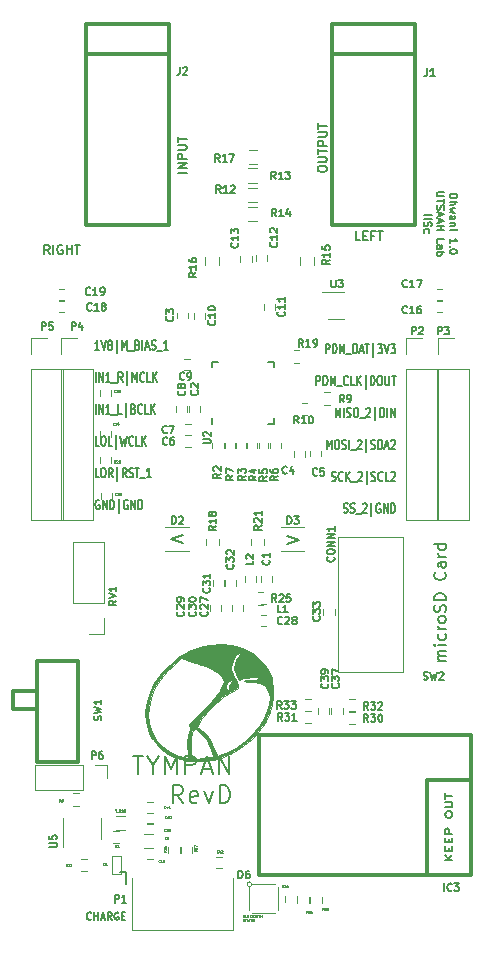
<source format=gbr>
G04 #@! TF.GenerationSoftware,KiCad,Pcbnew,(5.1.5)-3*
G04 #@! TF.CreationDate,2020-08-10T10:15:20+05:30*
G04 #@! TF.ProjectId,D_Tympan_DFMI_1.0,445f5479-6d70-4616-9e5f-44464d495f31,rev?*
G04 #@! TF.SameCoordinates,Original*
G04 #@! TF.FileFunction,Legend,Top*
G04 #@! TF.FilePolarity,Positive*
%FSLAX46Y46*%
G04 Gerber Fmt 4.6, Leading zero omitted, Abs format (unit mm)*
G04 Created by KiCad (PCBNEW (5.1.5)-3) date 2020-08-10 10:15:20*
%MOMM*%
%LPD*%
G04 APERTURE LIST*
%ADD10C,0.127000*%
%ADD11C,0.200000*%
%ADD12C,0.050000*%
%ADD13C,0.150000*%
%ADD14C,0.177800*%
%ADD15C,0.300000*%
%ADD16C,0.120000*%
%ADD17C,0.100000*%
%ADD18C,0.010000*%
G04 APERTURE END LIST*
D10*
X150702238Y-58250238D02*
X151337238Y-58250238D01*
X151337238Y-58401428D01*
X151307000Y-58492142D01*
X151246523Y-58552619D01*
X151186047Y-58582857D01*
X151065095Y-58613095D01*
X150974380Y-58613095D01*
X150853428Y-58582857D01*
X150792952Y-58552619D01*
X150732476Y-58492142D01*
X150702238Y-58401428D01*
X150702238Y-58250238D01*
X150702238Y-58885238D02*
X151337238Y-58885238D01*
X150702238Y-59157380D02*
X151034857Y-59157380D01*
X151095333Y-59127142D01*
X151125571Y-59066666D01*
X151125571Y-58975952D01*
X151095333Y-58915476D01*
X151065095Y-58885238D01*
X151125571Y-59399285D02*
X150702238Y-59520238D01*
X151004619Y-59641190D01*
X150702238Y-59762142D01*
X151125571Y-59883095D01*
X150702238Y-60397142D02*
X151034857Y-60397142D01*
X151095333Y-60366904D01*
X151125571Y-60306428D01*
X151125571Y-60185476D01*
X151095333Y-60125000D01*
X150732476Y-60397142D02*
X150702238Y-60336666D01*
X150702238Y-60185476D01*
X150732476Y-60125000D01*
X150792952Y-60094761D01*
X150853428Y-60094761D01*
X150913904Y-60125000D01*
X150944142Y-60185476D01*
X150944142Y-60336666D01*
X150974380Y-60397142D01*
X151125571Y-60699523D02*
X150702238Y-60699523D01*
X151065095Y-60699523D02*
X151095333Y-60729761D01*
X151125571Y-60790238D01*
X151125571Y-60880952D01*
X151095333Y-60941428D01*
X151034857Y-60971666D01*
X150702238Y-60971666D01*
X150702238Y-61274047D02*
X151125571Y-61274047D01*
X151337238Y-61274047D02*
X151307000Y-61243809D01*
X151276761Y-61274047D01*
X151307000Y-61304285D01*
X151337238Y-61274047D01*
X151276761Y-61274047D01*
X150702238Y-62392857D02*
X150702238Y-62030000D01*
X150702238Y-62211428D02*
X151337238Y-62211428D01*
X151246523Y-62150952D01*
X151186047Y-62090476D01*
X151155809Y-62030000D01*
X150762714Y-62665000D02*
X150732476Y-62695238D01*
X150702238Y-62665000D01*
X150732476Y-62634761D01*
X150762714Y-62665000D01*
X150702238Y-62665000D01*
X151337238Y-63088333D02*
X151337238Y-63148809D01*
X151307000Y-63209285D01*
X151276761Y-63239523D01*
X151216285Y-63269761D01*
X151095333Y-63300000D01*
X150944142Y-63300000D01*
X150823190Y-63269761D01*
X150762714Y-63239523D01*
X150732476Y-63209285D01*
X150702238Y-63148809D01*
X150702238Y-63088333D01*
X150732476Y-63027857D01*
X150762714Y-62997619D01*
X150823190Y-62967380D01*
X150944142Y-62937142D01*
X151095333Y-62937142D01*
X151216285Y-62967380D01*
X151276761Y-62997619D01*
X151307000Y-63027857D01*
X151337238Y-63088333D01*
X150257738Y-58083928D02*
X149743690Y-58083928D01*
X149683214Y-58114166D01*
X149652976Y-58144404D01*
X149622738Y-58204880D01*
X149622738Y-58325833D01*
X149652976Y-58386309D01*
X149683214Y-58416547D01*
X149743690Y-58446785D01*
X150257738Y-58446785D01*
X150257738Y-58658452D02*
X150257738Y-59021309D01*
X149622738Y-58839880D02*
X150257738Y-58839880D01*
X149652976Y-59202738D02*
X149622738Y-59293452D01*
X149622738Y-59444642D01*
X149652976Y-59505119D01*
X149683214Y-59535357D01*
X149743690Y-59565595D01*
X149804166Y-59565595D01*
X149864642Y-59535357D01*
X149894880Y-59505119D01*
X149925119Y-59444642D01*
X149955357Y-59323690D01*
X149985595Y-59263214D01*
X150015833Y-59232976D01*
X150076309Y-59202738D01*
X150136785Y-59202738D01*
X150197261Y-59232976D01*
X150227500Y-59263214D01*
X150257738Y-59323690D01*
X150257738Y-59474880D01*
X150227500Y-59565595D01*
X149804166Y-59807500D02*
X149804166Y-60109880D01*
X149622738Y-59747023D02*
X150257738Y-59958690D01*
X149622738Y-60170357D01*
X149804166Y-60351785D02*
X149804166Y-60654166D01*
X149622738Y-60291309D02*
X150257738Y-60502976D01*
X149622738Y-60714642D01*
X149622738Y-60926309D02*
X150257738Y-60926309D01*
X149955357Y-60926309D02*
X149955357Y-61289166D01*
X149622738Y-61289166D02*
X150257738Y-61289166D01*
X149622738Y-62377738D02*
X149622738Y-62075357D01*
X150257738Y-62075357D01*
X149622738Y-62861547D02*
X149955357Y-62861547D01*
X150015833Y-62831309D01*
X150046071Y-62770833D01*
X150046071Y-62649880D01*
X150015833Y-62589404D01*
X149652976Y-62861547D02*
X149622738Y-62801071D01*
X149622738Y-62649880D01*
X149652976Y-62589404D01*
X149713452Y-62559166D01*
X149773928Y-62559166D01*
X149834404Y-62589404D01*
X149864642Y-62649880D01*
X149864642Y-62801071D01*
X149894880Y-62861547D01*
X149622738Y-63163928D02*
X150257738Y-63163928D01*
X150015833Y-63163928D02*
X150046071Y-63224404D01*
X150046071Y-63345357D01*
X150015833Y-63405833D01*
X149985595Y-63436071D01*
X149925119Y-63466309D01*
X149743690Y-63466309D01*
X149683214Y-63436071D01*
X149652976Y-63405833D01*
X149622738Y-63345357D01*
X149622738Y-63224404D01*
X149652976Y-63163928D01*
X148543238Y-60034285D02*
X149178238Y-60034285D01*
X148543238Y-60336666D02*
X149178238Y-60336666D01*
X148573476Y-60608809D02*
X148543238Y-60699523D01*
X148543238Y-60850714D01*
X148573476Y-60911190D01*
X148603714Y-60941428D01*
X148664190Y-60971666D01*
X148724666Y-60971666D01*
X148785142Y-60941428D01*
X148815380Y-60911190D01*
X148845619Y-60850714D01*
X148875857Y-60729761D01*
X148906095Y-60669285D01*
X148936333Y-60639047D01*
X148996809Y-60608809D01*
X149057285Y-60608809D01*
X149117761Y-60639047D01*
X149148000Y-60669285D01*
X149178238Y-60729761D01*
X149178238Y-60880952D01*
X149148000Y-60971666D01*
X148573476Y-61515952D02*
X148543238Y-61455476D01*
X148543238Y-61334523D01*
X148573476Y-61274047D01*
X148603714Y-61243809D01*
X148664190Y-61213571D01*
X148845619Y-61213571D01*
X148906095Y-61243809D01*
X148936333Y-61274047D01*
X148966571Y-61334523D01*
X148966571Y-61455476D01*
X148936333Y-61515952D01*
D11*
X122820476Y-115627619D02*
X123296666Y-115627619D01*
X123296666Y-116627619D01*
X128122619Y-87121666D02*
X127122619Y-87455000D01*
X128122619Y-87788333D01*
X136952380Y-87838333D02*
X137952380Y-87505000D01*
X136952380Y-87171666D01*
D12*
X133266785Y-119370714D02*
X133295357Y-119380238D01*
X133304880Y-119389761D01*
X133314404Y-119408809D01*
X133314404Y-119437380D01*
X133304880Y-119456428D01*
X133295357Y-119465952D01*
X133276309Y-119475476D01*
X133200119Y-119475476D01*
X133200119Y-119275476D01*
X133266785Y-119275476D01*
X133285833Y-119285000D01*
X133295357Y-119294523D01*
X133304880Y-119313571D01*
X133304880Y-119332619D01*
X133295357Y-119351666D01*
X133285833Y-119361190D01*
X133266785Y-119370714D01*
X133200119Y-119370714D01*
X133495357Y-119475476D02*
X133400119Y-119475476D01*
X133400119Y-119275476D01*
X133562023Y-119275476D02*
X133562023Y-119437380D01*
X133571547Y-119456428D01*
X133581071Y-119465952D01*
X133600119Y-119475476D01*
X133638214Y-119475476D01*
X133657261Y-119465952D01*
X133666785Y-119456428D01*
X133676309Y-119437380D01*
X133676309Y-119275476D01*
X133771547Y-119370714D02*
X133838214Y-119370714D01*
X133866785Y-119475476D02*
X133771547Y-119475476D01*
X133771547Y-119275476D01*
X133866785Y-119275476D01*
X133923928Y-119275476D02*
X134038214Y-119275476D01*
X133981071Y-119475476D02*
X133981071Y-119275476D01*
X134142976Y-119275476D02*
X134181071Y-119275476D01*
X134200119Y-119285000D01*
X134219166Y-119304047D01*
X134228690Y-119342142D01*
X134228690Y-119408809D01*
X134219166Y-119446904D01*
X134200119Y-119465952D01*
X134181071Y-119475476D01*
X134142976Y-119475476D01*
X134123928Y-119465952D01*
X134104880Y-119446904D01*
X134095357Y-119408809D01*
X134095357Y-119342142D01*
X134104880Y-119304047D01*
X134123928Y-119285000D01*
X134142976Y-119275476D01*
X134352500Y-119275476D02*
X134390595Y-119275476D01*
X134409642Y-119285000D01*
X134428690Y-119304047D01*
X134438214Y-119342142D01*
X134438214Y-119408809D01*
X134428690Y-119446904D01*
X134409642Y-119465952D01*
X134390595Y-119475476D01*
X134352500Y-119475476D01*
X134333452Y-119465952D01*
X134314404Y-119446904D01*
X134304880Y-119408809D01*
X134304880Y-119342142D01*
X134314404Y-119304047D01*
X134333452Y-119285000D01*
X134352500Y-119275476D01*
X134495357Y-119275476D02*
X134609642Y-119275476D01*
X134552500Y-119475476D02*
X134552500Y-119275476D01*
X134676309Y-119475476D02*
X134676309Y-119275476D01*
X134676309Y-119370714D02*
X134790595Y-119370714D01*
X134790595Y-119475476D02*
X134790595Y-119275476D01*
X133190595Y-119815952D02*
X133219166Y-119825476D01*
X133266785Y-119825476D01*
X133285833Y-119815952D01*
X133295357Y-119806428D01*
X133304880Y-119787380D01*
X133304880Y-119768333D01*
X133295357Y-119749285D01*
X133285833Y-119739761D01*
X133266785Y-119730238D01*
X133228690Y-119720714D01*
X133209642Y-119711190D01*
X133200119Y-119701666D01*
X133190595Y-119682619D01*
X133190595Y-119663571D01*
X133200119Y-119644523D01*
X133209642Y-119635000D01*
X133228690Y-119625476D01*
X133276309Y-119625476D01*
X133304880Y-119635000D01*
X133362023Y-119625476D02*
X133476309Y-119625476D01*
X133419166Y-119825476D02*
X133419166Y-119625476D01*
X133533452Y-119768333D02*
X133628690Y-119768333D01*
X133514404Y-119825476D02*
X133581071Y-119625476D01*
X133647738Y-119825476D01*
X133685833Y-119625476D02*
X133800119Y-119625476D01*
X133742976Y-119825476D02*
X133742976Y-119625476D01*
X133866785Y-119625476D02*
X133866785Y-119787380D01*
X133876309Y-119806428D01*
X133885833Y-119815952D01*
X133904880Y-119825476D01*
X133942976Y-119825476D01*
X133962023Y-119815952D01*
X133971547Y-119806428D01*
X133981071Y-119787380D01*
X133981071Y-119625476D01*
X134066785Y-119815952D02*
X134095357Y-119825476D01*
X134142976Y-119825476D01*
X134162023Y-119815952D01*
X134171547Y-119806428D01*
X134181071Y-119787380D01*
X134181071Y-119768333D01*
X134171547Y-119749285D01*
X134162023Y-119739761D01*
X134142976Y-119730238D01*
X134104880Y-119720714D01*
X134085833Y-119711190D01*
X134076309Y-119701666D01*
X134066785Y-119682619D01*
X134066785Y-119663571D01*
X134076309Y-119644523D01*
X134085833Y-119635000D01*
X134104880Y-119625476D01*
X134152500Y-119625476D01*
X134181071Y-119635000D01*
D13*
X120352857Y-119614285D02*
X120324285Y-119642857D01*
X120238571Y-119671428D01*
X120181428Y-119671428D01*
X120095714Y-119642857D01*
X120038571Y-119585714D01*
X120010000Y-119528571D01*
X119981428Y-119414285D01*
X119981428Y-119328571D01*
X120010000Y-119214285D01*
X120038571Y-119157142D01*
X120095714Y-119100000D01*
X120181428Y-119071428D01*
X120238571Y-119071428D01*
X120324285Y-119100000D01*
X120352857Y-119128571D01*
X120610000Y-119671428D02*
X120610000Y-119071428D01*
X120610000Y-119357142D02*
X120952857Y-119357142D01*
X120952857Y-119671428D02*
X120952857Y-119071428D01*
X121210000Y-119500000D02*
X121495714Y-119500000D01*
X121152857Y-119671428D02*
X121352857Y-119071428D01*
X121552857Y-119671428D01*
X122095714Y-119671428D02*
X121895714Y-119385714D01*
X121752857Y-119671428D02*
X121752857Y-119071428D01*
X121981428Y-119071428D01*
X122038571Y-119100000D01*
X122067142Y-119128571D01*
X122095714Y-119185714D01*
X122095714Y-119271428D01*
X122067142Y-119328571D01*
X122038571Y-119357142D01*
X121981428Y-119385714D01*
X121752857Y-119385714D01*
X122667142Y-119100000D02*
X122610000Y-119071428D01*
X122524285Y-119071428D01*
X122438571Y-119100000D01*
X122381428Y-119157142D01*
X122352857Y-119214285D01*
X122324285Y-119328571D01*
X122324285Y-119414285D01*
X122352857Y-119528571D01*
X122381428Y-119585714D01*
X122438571Y-119642857D01*
X122524285Y-119671428D01*
X122581428Y-119671428D01*
X122667142Y-119642857D01*
X122695714Y-119614285D01*
X122695714Y-119414285D01*
X122581428Y-119414285D01*
X122952857Y-119357142D02*
X123152857Y-119357142D01*
X123238571Y-119671428D02*
X122952857Y-119671428D01*
X122952857Y-119071428D01*
X123238571Y-119071428D01*
X140202500Y-71741904D02*
X140202500Y-70941904D01*
X140431071Y-70941904D01*
X140488214Y-70980000D01*
X140516785Y-71018095D01*
X140545357Y-71094285D01*
X140545357Y-71208571D01*
X140516785Y-71284761D01*
X140488214Y-71322857D01*
X140431071Y-71360952D01*
X140202500Y-71360952D01*
X140802500Y-71741904D02*
X140802500Y-70941904D01*
X140945357Y-70941904D01*
X141031071Y-70980000D01*
X141088214Y-71056190D01*
X141116785Y-71132380D01*
X141145357Y-71284761D01*
X141145357Y-71399047D01*
X141116785Y-71551428D01*
X141088214Y-71627619D01*
X141031071Y-71703809D01*
X140945357Y-71741904D01*
X140802500Y-71741904D01*
X141402500Y-71741904D02*
X141402500Y-70941904D01*
X141602500Y-71513333D01*
X141802500Y-70941904D01*
X141802500Y-71741904D01*
X141945357Y-71818095D02*
X142402500Y-71818095D01*
X142545357Y-71741904D02*
X142545357Y-70941904D01*
X142688214Y-70941904D01*
X142773928Y-70980000D01*
X142831071Y-71056190D01*
X142859642Y-71132380D01*
X142888214Y-71284761D01*
X142888214Y-71399047D01*
X142859642Y-71551428D01*
X142831071Y-71627619D01*
X142773928Y-71703809D01*
X142688214Y-71741904D01*
X142545357Y-71741904D01*
X143116785Y-71513333D02*
X143402500Y-71513333D01*
X143059642Y-71741904D02*
X143259642Y-70941904D01*
X143459642Y-71741904D01*
X143573928Y-70941904D02*
X143916785Y-70941904D01*
X143745357Y-71741904D02*
X143745357Y-70941904D01*
X144259642Y-72008571D02*
X144259642Y-70865714D01*
X144631071Y-70941904D02*
X145002500Y-70941904D01*
X144802500Y-71246666D01*
X144888214Y-71246666D01*
X144945357Y-71284761D01*
X144973928Y-71322857D01*
X145002500Y-71399047D01*
X145002500Y-71589523D01*
X144973928Y-71665714D01*
X144945357Y-71703809D01*
X144888214Y-71741904D01*
X144716785Y-71741904D01*
X144659642Y-71703809D01*
X144631071Y-71665714D01*
X145173928Y-70941904D02*
X145373928Y-71741904D01*
X145573928Y-70941904D01*
X145716785Y-70941904D02*
X146088214Y-70941904D01*
X145888214Y-71246666D01*
X145973928Y-71246666D01*
X146031071Y-71284761D01*
X146059642Y-71322857D01*
X146088214Y-71399047D01*
X146088214Y-71589523D01*
X146059642Y-71665714D01*
X146031071Y-71703809D01*
X145973928Y-71741904D01*
X145802500Y-71741904D01*
X145745357Y-71703809D01*
X145716785Y-71665714D01*
X139431071Y-74441904D02*
X139431071Y-73641904D01*
X139659642Y-73641904D01*
X139716785Y-73680000D01*
X139745357Y-73718095D01*
X139773928Y-73794285D01*
X139773928Y-73908571D01*
X139745357Y-73984761D01*
X139716785Y-74022857D01*
X139659642Y-74060952D01*
X139431071Y-74060952D01*
X140031071Y-74441904D02*
X140031071Y-73641904D01*
X140173928Y-73641904D01*
X140259642Y-73680000D01*
X140316785Y-73756190D01*
X140345357Y-73832380D01*
X140373928Y-73984761D01*
X140373928Y-74099047D01*
X140345357Y-74251428D01*
X140316785Y-74327619D01*
X140259642Y-74403809D01*
X140173928Y-74441904D01*
X140031071Y-74441904D01*
X140631071Y-74441904D02*
X140631071Y-73641904D01*
X140831071Y-74213333D01*
X141031071Y-73641904D01*
X141031071Y-74441904D01*
X141173928Y-74518095D02*
X141631071Y-74518095D01*
X142116785Y-74365714D02*
X142088214Y-74403809D01*
X142002500Y-74441904D01*
X141945357Y-74441904D01*
X141859642Y-74403809D01*
X141802500Y-74327619D01*
X141773928Y-74251428D01*
X141745357Y-74099047D01*
X141745357Y-73984761D01*
X141773928Y-73832380D01*
X141802500Y-73756190D01*
X141859642Y-73680000D01*
X141945357Y-73641904D01*
X142002500Y-73641904D01*
X142088214Y-73680000D01*
X142116785Y-73718095D01*
X142659642Y-74441904D02*
X142373928Y-74441904D01*
X142373928Y-73641904D01*
X142859642Y-74441904D02*
X142859642Y-73641904D01*
X143202500Y-74441904D02*
X142945357Y-73984761D01*
X143202500Y-73641904D02*
X142859642Y-74099047D01*
X143602500Y-74708571D02*
X143602500Y-73565714D01*
X144031071Y-74441904D02*
X144031071Y-73641904D01*
X144173928Y-73641904D01*
X144259642Y-73680000D01*
X144316785Y-73756190D01*
X144345357Y-73832380D01*
X144373928Y-73984761D01*
X144373928Y-74099047D01*
X144345357Y-74251428D01*
X144316785Y-74327619D01*
X144259642Y-74403809D01*
X144173928Y-74441904D01*
X144031071Y-74441904D01*
X144745357Y-73641904D02*
X144859642Y-73641904D01*
X144916785Y-73680000D01*
X144973928Y-73756190D01*
X145002500Y-73908571D01*
X145002500Y-74175238D01*
X144973928Y-74327619D01*
X144916785Y-74403809D01*
X144859642Y-74441904D01*
X144745357Y-74441904D01*
X144688214Y-74403809D01*
X144631071Y-74327619D01*
X144602500Y-74175238D01*
X144602500Y-73908571D01*
X144631071Y-73756190D01*
X144688214Y-73680000D01*
X144745357Y-73641904D01*
X145259642Y-73641904D02*
X145259642Y-74289523D01*
X145288214Y-74365714D01*
X145316785Y-74403809D01*
X145373928Y-74441904D01*
X145488214Y-74441904D01*
X145545357Y-74403809D01*
X145573928Y-74365714D01*
X145602500Y-74289523D01*
X145602500Y-73641904D01*
X145802500Y-73641904D02*
X146145357Y-73641904D01*
X145973928Y-74441904D02*
X145973928Y-73641904D01*
X141059642Y-77141904D02*
X141059642Y-76341904D01*
X141259642Y-76913333D01*
X141459642Y-76341904D01*
X141459642Y-77141904D01*
X141745357Y-77141904D02*
X141745357Y-76341904D01*
X142002500Y-77103809D02*
X142088214Y-77141904D01*
X142231071Y-77141904D01*
X142288214Y-77103809D01*
X142316785Y-77065714D01*
X142345357Y-76989523D01*
X142345357Y-76913333D01*
X142316785Y-76837142D01*
X142288214Y-76799047D01*
X142231071Y-76760952D01*
X142116785Y-76722857D01*
X142059642Y-76684761D01*
X142031071Y-76646666D01*
X142002500Y-76570476D01*
X142002500Y-76494285D01*
X142031071Y-76418095D01*
X142059642Y-76380000D01*
X142116785Y-76341904D01*
X142259642Y-76341904D01*
X142345357Y-76380000D01*
X142716785Y-76341904D02*
X142831071Y-76341904D01*
X142888214Y-76380000D01*
X142945357Y-76456190D01*
X142973928Y-76608571D01*
X142973928Y-76875238D01*
X142945357Y-77027619D01*
X142888214Y-77103809D01*
X142831071Y-77141904D01*
X142716785Y-77141904D01*
X142659642Y-77103809D01*
X142602500Y-77027619D01*
X142573928Y-76875238D01*
X142573928Y-76608571D01*
X142602500Y-76456190D01*
X142659642Y-76380000D01*
X142716785Y-76341904D01*
X143088214Y-77218095D02*
X143545357Y-77218095D01*
X143659642Y-76418095D02*
X143688214Y-76380000D01*
X143745357Y-76341904D01*
X143888214Y-76341904D01*
X143945357Y-76380000D01*
X143973928Y-76418095D01*
X144002500Y-76494285D01*
X144002500Y-76570476D01*
X143973928Y-76684761D01*
X143631071Y-77141904D01*
X144002500Y-77141904D01*
X144402500Y-77408571D02*
X144402500Y-76265714D01*
X144831071Y-77141904D02*
X144831071Y-76341904D01*
X144973928Y-76341904D01*
X145059642Y-76380000D01*
X145116785Y-76456190D01*
X145145357Y-76532380D01*
X145173928Y-76684761D01*
X145173928Y-76799047D01*
X145145357Y-76951428D01*
X145116785Y-77027619D01*
X145059642Y-77103809D01*
X144973928Y-77141904D01*
X144831071Y-77141904D01*
X145431071Y-77141904D02*
X145431071Y-76341904D01*
X145716785Y-77141904D02*
X145716785Y-76341904D01*
X146059642Y-77141904D01*
X146059642Y-76341904D01*
X140316785Y-79841904D02*
X140316785Y-79041904D01*
X140516785Y-79613333D01*
X140716785Y-79041904D01*
X140716785Y-79841904D01*
X141116785Y-79041904D02*
X141231071Y-79041904D01*
X141288214Y-79080000D01*
X141345357Y-79156190D01*
X141373928Y-79308571D01*
X141373928Y-79575238D01*
X141345357Y-79727619D01*
X141288214Y-79803809D01*
X141231071Y-79841904D01*
X141116785Y-79841904D01*
X141059642Y-79803809D01*
X141002500Y-79727619D01*
X140973928Y-79575238D01*
X140973928Y-79308571D01*
X141002500Y-79156190D01*
X141059642Y-79080000D01*
X141116785Y-79041904D01*
X141602500Y-79803809D02*
X141688214Y-79841904D01*
X141831071Y-79841904D01*
X141888214Y-79803809D01*
X141916785Y-79765714D01*
X141945357Y-79689523D01*
X141945357Y-79613333D01*
X141916785Y-79537142D01*
X141888214Y-79499047D01*
X141831071Y-79460952D01*
X141716785Y-79422857D01*
X141659642Y-79384761D01*
X141631071Y-79346666D01*
X141602500Y-79270476D01*
X141602500Y-79194285D01*
X141631071Y-79118095D01*
X141659642Y-79080000D01*
X141716785Y-79041904D01*
X141859642Y-79041904D01*
X141945357Y-79080000D01*
X142202500Y-79841904D02*
X142202500Y-79041904D01*
X142345357Y-79918095D02*
X142802500Y-79918095D01*
X142916785Y-79118095D02*
X142945357Y-79080000D01*
X143002500Y-79041904D01*
X143145357Y-79041904D01*
X143202500Y-79080000D01*
X143231071Y-79118095D01*
X143259642Y-79194285D01*
X143259642Y-79270476D01*
X143231071Y-79384761D01*
X142888214Y-79841904D01*
X143259642Y-79841904D01*
X143659642Y-80108571D02*
X143659642Y-78965714D01*
X144059642Y-79803809D02*
X144145357Y-79841904D01*
X144288214Y-79841904D01*
X144345357Y-79803809D01*
X144373928Y-79765714D01*
X144402500Y-79689523D01*
X144402500Y-79613333D01*
X144373928Y-79537142D01*
X144345357Y-79499047D01*
X144288214Y-79460952D01*
X144173928Y-79422857D01*
X144116785Y-79384761D01*
X144088214Y-79346666D01*
X144059642Y-79270476D01*
X144059642Y-79194285D01*
X144088214Y-79118095D01*
X144116785Y-79080000D01*
X144173928Y-79041904D01*
X144316785Y-79041904D01*
X144402500Y-79080000D01*
X144659642Y-79841904D02*
X144659642Y-79041904D01*
X144802500Y-79041904D01*
X144888214Y-79080000D01*
X144945357Y-79156190D01*
X144973928Y-79232380D01*
X145002500Y-79384761D01*
X145002500Y-79499047D01*
X144973928Y-79651428D01*
X144945357Y-79727619D01*
X144888214Y-79803809D01*
X144802500Y-79841904D01*
X144659642Y-79841904D01*
X145231071Y-79613333D02*
X145516785Y-79613333D01*
X145173928Y-79841904D02*
X145373928Y-79041904D01*
X145573928Y-79841904D01*
X145745357Y-79118095D02*
X145773928Y-79080000D01*
X145831071Y-79041904D01*
X145973928Y-79041904D01*
X146031071Y-79080000D01*
X146059642Y-79118095D01*
X146088214Y-79194285D01*
X146088214Y-79270476D01*
X146059642Y-79384761D01*
X145716785Y-79841904D01*
X146088214Y-79841904D01*
X140716785Y-82503809D02*
X140802500Y-82541904D01*
X140945357Y-82541904D01*
X141002500Y-82503809D01*
X141031071Y-82465714D01*
X141059642Y-82389523D01*
X141059642Y-82313333D01*
X141031071Y-82237142D01*
X141002500Y-82199047D01*
X140945357Y-82160952D01*
X140831071Y-82122857D01*
X140773928Y-82084761D01*
X140745357Y-82046666D01*
X140716785Y-81970476D01*
X140716785Y-81894285D01*
X140745357Y-81818095D01*
X140773928Y-81780000D01*
X140831071Y-81741904D01*
X140973928Y-81741904D01*
X141059642Y-81780000D01*
X141659642Y-82465714D02*
X141631071Y-82503809D01*
X141545357Y-82541904D01*
X141488214Y-82541904D01*
X141402500Y-82503809D01*
X141345357Y-82427619D01*
X141316785Y-82351428D01*
X141288214Y-82199047D01*
X141288214Y-82084761D01*
X141316785Y-81932380D01*
X141345357Y-81856190D01*
X141402500Y-81780000D01*
X141488214Y-81741904D01*
X141545357Y-81741904D01*
X141631071Y-81780000D01*
X141659642Y-81818095D01*
X141916785Y-82541904D02*
X141916785Y-81741904D01*
X142259642Y-82541904D02*
X142002500Y-82084761D01*
X142259642Y-81741904D02*
X141916785Y-82199047D01*
X142373928Y-82618095D02*
X142831071Y-82618095D01*
X142945357Y-81818095D02*
X142973928Y-81780000D01*
X143031071Y-81741904D01*
X143173928Y-81741904D01*
X143231071Y-81780000D01*
X143259642Y-81818095D01*
X143288214Y-81894285D01*
X143288214Y-81970476D01*
X143259642Y-82084761D01*
X142916785Y-82541904D01*
X143288214Y-82541904D01*
X143688214Y-82808571D02*
X143688214Y-81665714D01*
X144088214Y-82503809D02*
X144173928Y-82541904D01*
X144316785Y-82541904D01*
X144373928Y-82503809D01*
X144402500Y-82465714D01*
X144431071Y-82389523D01*
X144431071Y-82313333D01*
X144402500Y-82237142D01*
X144373928Y-82199047D01*
X144316785Y-82160952D01*
X144202500Y-82122857D01*
X144145357Y-82084761D01*
X144116785Y-82046666D01*
X144088214Y-81970476D01*
X144088214Y-81894285D01*
X144116785Y-81818095D01*
X144145357Y-81780000D01*
X144202500Y-81741904D01*
X144345357Y-81741904D01*
X144431071Y-81780000D01*
X145031071Y-82465714D02*
X145002500Y-82503809D01*
X144916785Y-82541904D01*
X144859642Y-82541904D01*
X144773928Y-82503809D01*
X144716785Y-82427619D01*
X144688214Y-82351428D01*
X144659642Y-82199047D01*
X144659642Y-82084761D01*
X144688214Y-81932380D01*
X144716785Y-81856190D01*
X144773928Y-81780000D01*
X144859642Y-81741904D01*
X144916785Y-81741904D01*
X145002500Y-81780000D01*
X145031071Y-81818095D01*
X145573928Y-82541904D02*
X145288214Y-82541904D01*
X145288214Y-81741904D01*
X145745357Y-81818095D02*
X145773928Y-81780000D01*
X145831071Y-81741904D01*
X145973928Y-81741904D01*
X146031071Y-81780000D01*
X146059642Y-81818095D01*
X146088214Y-81894285D01*
X146088214Y-81970476D01*
X146059642Y-82084761D01*
X145716785Y-82541904D01*
X146088214Y-82541904D01*
X141745357Y-85203809D02*
X141831071Y-85241904D01*
X141973928Y-85241904D01*
X142031071Y-85203809D01*
X142059642Y-85165714D01*
X142088214Y-85089523D01*
X142088214Y-85013333D01*
X142059642Y-84937142D01*
X142031071Y-84899047D01*
X141973928Y-84860952D01*
X141859642Y-84822857D01*
X141802500Y-84784761D01*
X141773928Y-84746666D01*
X141745357Y-84670476D01*
X141745357Y-84594285D01*
X141773928Y-84518095D01*
X141802500Y-84480000D01*
X141859642Y-84441904D01*
X142002500Y-84441904D01*
X142088214Y-84480000D01*
X142316785Y-85203809D02*
X142402500Y-85241904D01*
X142545357Y-85241904D01*
X142602500Y-85203809D01*
X142631071Y-85165714D01*
X142659642Y-85089523D01*
X142659642Y-85013333D01*
X142631071Y-84937142D01*
X142602500Y-84899047D01*
X142545357Y-84860952D01*
X142431071Y-84822857D01*
X142373928Y-84784761D01*
X142345357Y-84746666D01*
X142316785Y-84670476D01*
X142316785Y-84594285D01*
X142345357Y-84518095D01*
X142373928Y-84480000D01*
X142431071Y-84441904D01*
X142573928Y-84441904D01*
X142659642Y-84480000D01*
X142773928Y-85318095D02*
X143231071Y-85318095D01*
X143345357Y-84518095D02*
X143373928Y-84480000D01*
X143431071Y-84441904D01*
X143573928Y-84441904D01*
X143631071Y-84480000D01*
X143659642Y-84518095D01*
X143688214Y-84594285D01*
X143688214Y-84670476D01*
X143659642Y-84784761D01*
X143316785Y-85241904D01*
X143688214Y-85241904D01*
X144088214Y-85508571D02*
X144088214Y-84365714D01*
X144831071Y-84480000D02*
X144773928Y-84441904D01*
X144688214Y-84441904D01*
X144602500Y-84480000D01*
X144545357Y-84556190D01*
X144516785Y-84632380D01*
X144488214Y-84784761D01*
X144488214Y-84899047D01*
X144516785Y-85051428D01*
X144545357Y-85127619D01*
X144602500Y-85203809D01*
X144688214Y-85241904D01*
X144745357Y-85241904D01*
X144831071Y-85203809D01*
X144859642Y-85165714D01*
X144859642Y-84899047D01*
X144745357Y-84899047D01*
X145116785Y-85241904D02*
X145116785Y-84441904D01*
X145459642Y-85241904D01*
X145459642Y-84441904D01*
X145745357Y-85241904D02*
X145745357Y-84441904D01*
X145888214Y-84441904D01*
X145973928Y-84480000D01*
X146031071Y-84556190D01*
X146059642Y-84632380D01*
X146088214Y-84784761D01*
X146088214Y-84899047D01*
X146059642Y-85051428D01*
X146031071Y-85127619D01*
X145973928Y-85203809D01*
X145888214Y-85241904D01*
X145745357Y-85241904D01*
X121044642Y-71441904D02*
X120701785Y-71441904D01*
X120873214Y-71441904D02*
X120873214Y-70641904D01*
X120816071Y-70756190D01*
X120758928Y-70832380D01*
X120701785Y-70870476D01*
X121216071Y-70641904D02*
X121416071Y-71441904D01*
X121616071Y-70641904D01*
X121901785Y-70984761D02*
X121844642Y-70946666D01*
X121816071Y-70908571D01*
X121787500Y-70832380D01*
X121787500Y-70794285D01*
X121816071Y-70718095D01*
X121844642Y-70680000D01*
X121901785Y-70641904D01*
X122016071Y-70641904D01*
X122073214Y-70680000D01*
X122101785Y-70718095D01*
X122130357Y-70794285D01*
X122130357Y-70832380D01*
X122101785Y-70908571D01*
X122073214Y-70946666D01*
X122016071Y-70984761D01*
X121901785Y-70984761D01*
X121844642Y-71022857D01*
X121816071Y-71060952D01*
X121787500Y-71137142D01*
X121787500Y-71289523D01*
X121816071Y-71365714D01*
X121844642Y-71403809D01*
X121901785Y-71441904D01*
X122016071Y-71441904D01*
X122073214Y-71403809D01*
X122101785Y-71365714D01*
X122130357Y-71289523D01*
X122130357Y-71137142D01*
X122101785Y-71060952D01*
X122073214Y-71022857D01*
X122016071Y-70984761D01*
X122530357Y-71708571D02*
X122530357Y-70565714D01*
X122958928Y-71441904D02*
X122958928Y-70641904D01*
X123158928Y-71213333D01*
X123358928Y-70641904D01*
X123358928Y-71441904D01*
X123501785Y-71518095D02*
X123958928Y-71518095D01*
X124301785Y-71022857D02*
X124387500Y-71060952D01*
X124416071Y-71099047D01*
X124444642Y-71175238D01*
X124444642Y-71289523D01*
X124416071Y-71365714D01*
X124387500Y-71403809D01*
X124330357Y-71441904D01*
X124101785Y-71441904D01*
X124101785Y-70641904D01*
X124301785Y-70641904D01*
X124358928Y-70680000D01*
X124387500Y-70718095D01*
X124416071Y-70794285D01*
X124416071Y-70870476D01*
X124387500Y-70946666D01*
X124358928Y-70984761D01*
X124301785Y-71022857D01*
X124101785Y-71022857D01*
X124701785Y-71441904D02*
X124701785Y-70641904D01*
X124958928Y-71213333D02*
X125244642Y-71213333D01*
X124901785Y-71441904D02*
X125101785Y-70641904D01*
X125301785Y-71441904D01*
X125473214Y-71403809D02*
X125558928Y-71441904D01*
X125701785Y-71441904D01*
X125758928Y-71403809D01*
X125787500Y-71365714D01*
X125816071Y-71289523D01*
X125816071Y-71213333D01*
X125787500Y-71137142D01*
X125758928Y-71099047D01*
X125701785Y-71060952D01*
X125587500Y-71022857D01*
X125530357Y-70984761D01*
X125501785Y-70946666D01*
X125473214Y-70870476D01*
X125473214Y-70794285D01*
X125501785Y-70718095D01*
X125530357Y-70680000D01*
X125587500Y-70641904D01*
X125730357Y-70641904D01*
X125816071Y-70680000D01*
X125930357Y-71518095D02*
X126387500Y-71518095D01*
X126844642Y-71441904D02*
X126501785Y-71441904D01*
X126673214Y-71441904D02*
X126673214Y-70641904D01*
X126616071Y-70756190D01*
X126558928Y-70832380D01*
X126501785Y-70870476D01*
X120730357Y-74141904D02*
X120730357Y-73341904D01*
X121016071Y-74141904D02*
X121016071Y-73341904D01*
X121358928Y-74141904D01*
X121358928Y-73341904D01*
X121958928Y-74141904D02*
X121616071Y-74141904D01*
X121787500Y-74141904D02*
X121787500Y-73341904D01*
X121730357Y-73456190D01*
X121673214Y-73532380D01*
X121616071Y-73570476D01*
X122073214Y-74218095D02*
X122530357Y-74218095D01*
X123016071Y-74141904D02*
X122816071Y-73760952D01*
X122673214Y-74141904D02*
X122673214Y-73341904D01*
X122901785Y-73341904D01*
X122958928Y-73380000D01*
X122987500Y-73418095D01*
X123016071Y-73494285D01*
X123016071Y-73608571D01*
X122987500Y-73684761D01*
X122958928Y-73722857D01*
X122901785Y-73760952D01*
X122673214Y-73760952D01*
X123416071Y-74408571D02*
X123416071Y-73265714D01*
X123844642Y-74141904D02*
X123844642Y-73341904D01*
X124044642Y-73913333D01*
X124244642Y-73341904D01*
X124244642Y-74141904D01*
X124873214Y-74065714D02*
X124844642Y-74103809D01*
X124758928Y-74141904D01*
X124701785Y-74141904D01*
X124616071Y-74103809D01*
X124558928Y-74027619D01*
X124530357Y-73951428D01*
X124501785Y-73799047D01*
X124501785Y-73684761D01*
X124530357Y-73532380D01*
X124558928Y-73456190D01*
X124616071Y-73380000D01*
X124701785Y-73341904D01*
X124758928Y-73341904D01*
X124844642Y-73380000D01*
X124873214Y-73418095D01*
X125416071Y-74141904D02*
X125130357Y-74141904D01*
X125130357Y-73341904D01*
X125616071Y-74141904D02*
X125616071Y-73341904D01*
X125958928Y-74141904D02*
X125701785Y-73684761D01*
X125958928Y-73341904D02*
X125616071Y-73799047D01*
X120730357Y-76841904D02*
X120730357Y-76041904D01*
X121016071Y-76841904D02*
X121016071Y-76041904D01*
X121358928Y-76841904D01*
X121358928Y-76041904D01*
X121958928Y-76841904D02*
X121616071Y-76841904D01*
X121787500Y-76841904D02*
X121787500Y-76041904D01*
X121730357Y-76156190D01*
X121673214Y-76232380D01*
X121616071Y-76270476D01*
X122073214Y-76918095D02*
X122530357Y-76918095D01*
X122958928Y-76841904D02*
X122673214Y-76841904D01*
X122673214Y-76041904D01*
X123301785Y-77108571D02*
X123301785Y-75965714D01*
X123930357Y-76422857D02*
X124016071Y-76460952D01*
X124044642Y-76499047D01*
X124073214Y-76575238D01*
X124073214Y-76689523D01*
X124044642Y-76765714D01*
X124016071Y-76803809D01*
X123958928Y-76841904D01*
X123730357Y-76841904D01*
X123730357Y-76041904D01*
X123930357Y-76041904D01*
X123987500Y-76080000D01*
X124016071Y-76118095D01*
X124044642Y-76194285D01*
X124044642Y-76270476D01*
X124016071Y-76346666D01*
X123987500Y-76384761D01*
X123930357Y-76422857D01*
X123730357Y-76422857D01*
X124673214Y-76765714D02*
X124644642Y-76803809D01*
X124558928Y-76841904D01*
X124501785Y-76841904D01*
X124416071Y-76803809D01*
X124358928Y-76727619D01*
X124330357Y-76651428D01*
X124301785Y-76499047D01*
X124301785Y-76384761D01*
X124330357Y-76232380D01*
X124358928Y-76156190D01*
X124416071Y-76080000D01*
X124501785Y-76041904D01*
X124558928Y-76041904D01*
X124644642Y-76080000D01*
X124673214Y-76118095D01*
X125216071Y-76841904D02*
X124930357Y-76841904D01*
X124930357Y-76041904D01*
X125416071Y-76841904D02*
X125416071Y-76041904D01*
X125758928Y-76841904D02*
X125501785Y-76384761D01*
X125758928Y-76041904D02*
X125416071Y-76499047D01*
X121016071Y-79541904D02*
X120730357Y-79541904D01*
X120730357Y-78741904D01*
X121330357Y-78741904D02*
X121444642Y-78741904D01*
X121501785Y-78780000D01*
X121558928Y-78856190D01*
X121587500Y-79008571D01*
X121587500Y-79275238D01*
X121558928Y-79427619D01*
X121501785Y-79503809D01*
X121444642Y-79541904D01*
X121330357Y-79541904D01*
X121273214Y-79503809D01*
X121216071Y-79427619D01*
X121187500Y-79275238D01*
X121187500Y-79008571D01*
X121216071Y-78856190D01*
X121273214Y-78780000D01*
X121330357Y-78741904D01*
X122130357Y-79541904D02*
X121844642Y-79541904D01*
X121844642Y-78741904D01*
X122473214Y-79808571D02*
X122473214Y-78665714D01*
X122844642Y-78741904D02*
X122987500Y-79541904D01*
X123101785Y-78970476D01*
X123216071Y-79541904D01*
X123358928Y-78741904D01*
X123930357Y-79465714D02*
X123901785Y-79503809D01*
X123816071Y-79541904D01*
X123758928Y-79541904D01*
X123673214Y-79503809D01*
X123616071Y-79427619D01*
X123587500Y-79351428D01*
X123558928Y-79199047D01*
X123558928Y-79084761D01*
X123587500Y-78932380D01*
X123616071Y-78856190D01*
X123673214Y-78780000D01*
X123758928Y-78741904D01*
X123816071Y-78741904D01*
X123901785Y-78780000D01*
X123930357Y-78818095D01*
X124473214Y-79541904D02*
X124187500Y-79541904D01*
X124187500Y-78741904D01*
X124673214Y-79541904D02*
X124673214Y-78741904D01*
X125016071Y-79541904D02*
X124758928Y-79084761D01*
X125016071Y-78741904D02*
X124673214Y-79199047D01*
X121016071Y-82241904D02*
X120730357Y-82241904D01*
X120730357Y-81441904D01*
X121330357Y-81441904D02*
X121444642Y-81441904D01*
X121501785Y-81480000D01*
X121558928Y-81556190D01*
X121587500Y-81708571D01*
X121587500Y-81975238D01*
X121558928Y-82127619D01*
X121501785Y-82203809D01*
X121444642Y-82241904D01*
X121330357Y-82241904D01*
X121273214Y-82203809D01*
X121216071Y-82127619D01*
X121187500Y-81975238D01*
X121187500Y-81708571D01*
X121216071Y-81556190D01*
X121273214Y-81480000D01*
X121330357Y-81441904D01*
X122187500Y-82241904D02*
X121987500Y-81860952D01*
X121844642Y-82241904D02*
X121844642Y-81441904D01*
X122073214Y-81441904D01*
X122130357Y-81480000D01*
X122158928Y-81518095D01*
X122187500Y-81594285D01*
X122187500Y-81708571D01*
X122158928Y-81784761D01*
X122130357Y-81822857D01*
X122073214Y-81860952D01*
X121844642Y-81860952D01*
X122587500Y-82508571D02*
X122587500Y-81365714D01*
X123358928Y-82241904D02*
X123158928Y-81860952D01*
X123016071Y-82241904D02*
X123016071Y-81441904D01*
X123244642Y-81441904D01*
X123301785Y-81480000D01*
X123330357Y-81518095D01*
X123358928Y-81594285D01*
X123358928Y-81708571D01*
X123330357Y-81784761D01*
X123301785Y-81822857D01*
X123244642Y-81860952D01*
X123016071Y-81860952D01*
X123587500Y-82203809D02*
X123673214Y-82241904D01*
X123816071Y-82241904D01*
X123873214Y-82203809D01*
X123901785Y-82165714D01*
X123930357Y-82089523D01*
X123930357Y-82013333D01*
X123901785Y-81937142D01*
X123873214Y-81899047D01*
X123816071Y-81860952D01*
X123701785Y-81822857D01*
X123644642Y-81784761D01*
X123616071Y-81746666D01*
X123587500Y-81670476D01*
X123587500Y-81594285D01*
X123616071Y-81518095D01*
X123644642Y-81480000D01*
X123701785Y-81441904D01*
X123844642Y-81441904D01*
X123930357Y-81480000D01*
X124101785Y-81441904D02*
X124444642Y-81441904D01*
X124273214Y-82241904D02*
X124273214Y-81441904D01*
X124501785Y-82318095D02*
X124958928Y-82318095D01*
X125416071Y-82241904D02*
X125073214Y-82241904D01*
X125244642Y-82241904D02*
X125244642Y-81441904D01*
X125187500Y-81556190D01*
X125130357Y-81632380D01*
X125073214Y-81670476D01*
X121044642Y-84180000D02*
X120987500Y-84141904D01*
X120901785Y-84141904D01*
X120816071Y-84180000D01*
X120758928Y-84256190D01*
X120730357Y-84332380D01*
X120701785Y-84484761D01*
X120701785Y-84599047D01*
X120730357Y-84751428D01*
X120758928Y-84827619D01*
X120816071Y-84903809D01*
X120901785Y-84941904D01*
X120958928Y-84941904D01*
X121044642Y-84903809D01*
X121073214Y-84865714D01*
X121073214Y-84599047D01*
X120958928Y-84599047D01*
X121330357Y-84941904D02*
X121330357Y-84141904D01*
X121673214Y-84941904D01*
X121673214Y-84141904D01*
X121958928Y-84941904D02*
X121958928Y-84141904D01*
X122101785Y-84141904D01*
X122187500Y-84180000D01*
X122244642Y-84256190D01*
X122273214Y-84332380D01*
X122301785Y-84484761D01*
X122301785Y-84599047D01*
X122273214Y-84751428D01*
X122244642Y-84827619D01*
X122187500Y-84903809D01*
X122101785Y-84941904D01*
X121958928Y-84941904D01*
X122701785Y-85208571D02*
X122701785Y-84065714D01*
X123444642Y-84180000D02*
X123387500Y-84141904D01*
X123301785Y-84141904D01*
X123216071Y-84180000D01*
X123158928Y-84256190D01*
X123130357Y-84332380D01*
X123101785Y-84484761D01*
X123101785Y-84599047D01*
X123130357Y-84751428D01*
X123158928Y-84827619D01*
X123216071Y-84903809D01*
X123301785Y-84941904D01*
X123358928Y-84941904D01*
X123444642Y-84903809D01*
X123473214Y-84865714D01*
X123473214Y-84599047D01*
X123358928Y-84599047D01*
X123730357Y-84941904D02*
X123730357Y-84141904D01*
X124073214Y-84941904D01*
X124073214Y-84141904D01*
X124358928Y-84941904D02*
X124358928Y-84141904D01*
X124501785Y-84141904D01*
X124587500Y-84180000D01*
X124644642Y-84256190D01*
X124673214Y-84332380D01*
X124701785Y-84484761D01*
X124701785Y-84599047D01*
X124673214Y-84751428D01*
X124644642Y-84827619D01*
X124587500Y-84903809D01*
X124501785Y-84941904D01*
X124358928Y-84941904D01*
D11*
X150402380Y-97758571D02*
X149735714Y-97758571D01*
X149830952Y-97758571D02*
X149783333Y-97710952D01*
X149735714Y-97615714D01*
X149735714Y-97472857D01*
X149783333Y-97377619D01*
X149878571Y-97330000D01*
X150402380Y-97330000D01*
X149878571Y-97330000D02*
X149783333Y-97282380D01*
X149735714Y-97187142D01*
X149735714Y-97044285D01*
X149783333Y-96949047D01*
X149878571Y-96901428D01*
X150402380Y-96901428D01*
X150402380Y-96425238D02*
X149735714Y-96425238D01*
X149402380Y-96425238D02*
X149450000Y-96472857D01*
X149497619Y-96425238D01*
X149450000Y-96377619D01*
X149402380Y-96425238D01*
X149497619Y-96425238D01*
X150354761Y-95520476D02*
X150402380Y-95615714D01*
X150402380Y-95806190D01*
X150354761Y-95901428D01*
X150307142Y-95949047D01*
X150211904Y-95996666D01*
X149926190Y-95996666D01*
X149830952Y-95949047D01*
X149783333Y-95901428D01*
X149735714Y-95806190D01*
X149735714Y-95615714D01*
X149783333Y-95520476D01*
X150402380Y-95091904D02*
X149735714Y-95091904D01*
X149926190Y-95091904D02*
X149830952Y-95044285D01*
X149783333Y-94996666D01*
X149735714Y-94901428D01*
X149735714Y-94806190D01*
X150402380Y-94330000D02*
X150354761Y-94425238D01*
X150307142Y-94472857D01*
X150211904Y-94520476D01*
X149926190Y-94520476D01*
X149830952Y-94472857D01*
X149783333Y-94425238D01*
X149735714Y-94330000D01*
X149735714Y-94187142D01*
X149783333Y-94091904D01*
X149830952Y-94044285D01*
X149926190Y-93996666D01*
X150211904Y-93996666D01*
X150307142Y-94044285D01*
X150354761Y-94091904D01*
X150402380Y-94187142D01*
X150402380Y-94330000D01*
X150354761Y-93615714D02*
X150402380Y-93472857D01*
X150402380Y-93234761D01*
X150354761Y-93139523D01*
X150307142Y-93091904D01*
X150211904Y-93044285D01*
X150116666Y-93044285D01*
X150021428Y-93091904D01*
X149973809Y-93139523D01*
X149926190Y-93234761D01*
X149878571Y-93425238D01*
X149830952Y-93520476D01*
X149783333Y-93568095D01*
X149688095Y-93615714D01*
X149592857Y-93615714D01*
X149497619Y-93568095D01*
X149450000Y-93520476D01*
X149402380Y-93425238D01*
X149402380Y-93187142D01*
X149450000Y-93044285D01*
X150402380Y-92615714D02*
X149402380Y-92615714D01*
X149402380Y-92377619D01*
X149450000Y-92234761D01*
X149545238Y-92139523D01*
X149640476Y-92091904D01*
X149830952Y-92044285D01*
X149973809Y-92044285D01*
X150164285Y-92091904D01*
X150259523Y-92139523D01*
X150354761Y-92234761D01*
X150402380Y-92377619D01*
X150402380Y-92615714D01*
X150307142Y-90282380D02*
X150354761Y-90330000D01*
X150402380Y-90472857D01*
X150402380Y-90568095D01*
X150354761Y-90710952D01*
X150259523Y-90806190D01*
X150164285Y-90853809D01*
X149973809Y-90901428D01*
X149830952Y-90901428D01*
X149640476Y-90853809D01*
X149545238Y-90806190D01*
X149450000Y-90710952D01*
X149402380Y-90568095D01*
X149402380Y-90472857D01*
X149450000Y-90330000D01*
X149497619Y-90282380D01*
X150402380Y-89425238D02*
X149878571Y-89425238D01*
X149783333Y-89472857D01*
X149735714Y-89568095D01*
X149735714Y-89758571D01*
X149783333Y-89853809D01*
X150354761Y-89425238D02*
X150402380Y-89520476D01*
X150402380Y-89758571D01*
X150354761Y-89853809D01*
X150259523Y-89901428D01*
X150164285Y-89901428D01*
X150069047Y-89853809D01*
X150021428Y-89758571D01*
X150021428Y-89520476D01*
X149973809Y-89425238D01*
X150402380Y-88949047D02*
X149735714Y-88949047D01*
X149926190Y-88949047D02*
X149830952Y-88901428D01*
X149783333Y-88853809D01*
X149735714Y-88758571D01*
X149735714Y-88663333D01*
X150402380Y-87901428D02*
X149402380Y-87901428D01*
X150354761Y-87901428D02*
X150402380Y-87996666D01*
X150402380Y-88187142D01*
X150354761Y-88282380D01*
X150307142Y-88330000D01*
X150211904Y-88377619D01*
X149926190Y-88377619D01*
X149830952Y-88330000D01*
X149783333Y-88282380D01*
X149735714Y-88187142D01*
X149735714Y-87996666D01*
X149783333Y-87901428D01*
X123919142Y-105812428D02*
X124790000Y-105812428D01*
X124354571Y-107336428D02*
X124354571Y-105812428D01*
X125588285Y-106610714D02*
X125588285Y-107336428D01*
X125080285Y-105812428D02*
X125588285Y-106610714D01*
X126096285Y-105812428D01*
X126604285Y-107336428D02*
X126604285Y-105812428D01*
X127112285Y-106901000D01*
X127620285Y-105812428D01*
X127620285Y-107336428D01*
X128346000Y-107336428D02*
X128346000Y-105812428D01*
X128926571Y-105812428D01*
X129071714Y-105885000D01*
X129144285Y-105957571D01*
X129216857Y-106102714D01*
X129216857Y-106320428D01*
X129144285Y-106465571D01*
X129071714Y-106538142D01*
X128926571Y-106610714D01*
X128346000Y-106610714D01*
X129797428Y-106901000D02*
X130523142Y-106901000D01*
X129652285Y-107336428D02*
X130160285Y-105812428D01*
X130668285Y-107336428D01*
X131176285Y-107336428D02*
X131176285Y-105812428D01*
X132047142Y-107336428D01*
X132047142Y-105812428D01*
X128128285Y-109822428D02*
X127620285Y-109096714D01*
X127257428Y-109822428D02*
X127257428Y-108298428D01*
X127838000Y-108298428D01*
X127983142Y-108371000D01*
X128055714Y-108443571D01*
X128128285Y-108588714D01*
X128128285Y-108806428D01*
X128055714Y-108951571D01*
X127983142Y-109024142D01*
X127838000Y-109096714D01*
X127257428Y-109096714D01*
X129362000Y-109749857D02*
X129216857Y-109822428D01*
X128926571Y-109822428D01*
X128781428Y-109749857D01*
X128708857Y-109604714D01*
X128708857Y-109024142D01*
X128781428Y-108879000D01*
X128926571Y-108806428D01*
X129216857Y-108806428D01*
X129362000Y-108879000D01*
X129434571Y-109024142D01*
X129434571Y-109169285D01*
X128708857Y-109314428D01*
X129942571Y-108806428D02*
X130305428Y-109822428D01*
X130668285Y-108806428D01*
X131248857Y-109822428D02*
X131248857Y-108298428D01*
X131611714Y-108298428D01*
X131829428Y-108371000D01*
X131974571Y-108516142D01*
X132047142Y-108661285D01*
X132119714Y-108951571D01*
X132119714Y-109169285D01*
X132047142Y-109459571D01*
X131974571Y-109604714D01*
X131829428Y-109749857D01*
X131611714Y-109822428D01*
X131248857Y-109822428D01*
D14*
X128434714Y-56419571D02*
X127672714Y-56419571D01*
X128434714Y-56056714D02*
X127672714Y-56056714D01*
X128434714Y-55621285D01*
X127672714Y-55621285D01*
X128434714Y-55258428D02*
X127672714Y-55258428D01*
X127672714Y-54968142D01*
X127709000Y-54895571D01*
X127745285Y-54859285D01*
X127817857Y-54823000D01*
X127926714Y-54823000D01*
X127999285Y-54859285D01*
X128035571Y-54895571D01*
X128071857Y-54968142D01*
X128071857Y-55258428D01*
X127672714Y-54496428D02*
X128289571Y-54496428D01*
X128362142Y-54460142D01*
X128398428Y-54423857D01*
X128434714Y-54351285D01*
X128434714Y-54206142D01*
X128398428Y-54133571D01*
X128362142Y-54097285D01*
X128289571Y-54061000D01*
X127672714Y-54061000D01*
X127672714Y-53807000D02*
X127672714Y-53371571D01*
X128434714Y-53589285D02*
X127672714Y-53589285D01*
X139552714Y-56182428D02*
X139552714Y-56037285D01*
X139589000Y-55964714D01*
X139661571Y-55892142D01*
X139806714Y-55855857D01*
X140060714Y-55855857D01*
X140205857Y-55892142D01*
X140278428Y-55964714D01*
X140314714Y-56037285D01*
X140314714Y-56182428D01*
X140278428Y-56255000D01*
X140205857Y-56327571D01*
X140060714Y-56363857D01*
X139806714Y-56363857D01*
X139661571Y-56327571D01*
X139589000Y-56255000D01*
X139552714Y-56182428D01*
X139552714Y-55529285D02*
X140169571Y-55529285D01*
X140242142Y-55493000D01*
X140278428Y-55456714D01*
X140314714Y-55384142D01*
X140314714Y-55239000D01*
X140278428Y-55166428D01*
X140242142Y-55130142D01*
X140169571Y-55093857D01*
X139552714Y-55093857D01*
X139552714Y-54839857D02*
X139552714Y-54404428D01*
X140314714Y-54622142D02*
X139552714Y-54622142D01*
X140314714Y-54150428D02*
X139552714Y-54150428D01*
X139552714Y-53860142D01*
X139589000Y-53787571D01*
X139625285Y-53751285D01*
X139697857Y-53715000D01*
X139806714Y-53715000D01*
X139879285Y-53751285D01*
X139915571Y-53787571D01*
X139951857Y-53860142D01*
X139951857Y-54150428D01*
X139552714Y-53388428D02*
X140169571Y-53388428D01*
X140242142Y-53352142D01*
X140278428Y-53315857D01*
X140314714Y-53243285D01*
X140314714Y-53098142D01*
X140278428Y-53025571D01*
X140242142Y-52989285D01*
X140169571Y-52953000D01*
X139552714Y-52953000D01*
X139552714Y-52699000D02*
X139552714Y-52263571D01*
X140314714Y-52481285D02*
X139552714Y-52481285D01*
X116834000Y-63324714D02*
X116580000Y-62961857D01*
X116398571Y-63324714D02*
X116398571Y-62562714D01*
X116688857Y-62562714D01*
X116761428Y-62599000D01*
X116797714Y-62635285D01*
X116834000Y-62707857D01*
X116834000Y-62816714D01*
X116797714Y-62889285D01*
X116761428Y-62925571D01*
X116688857Y-62961857D01*
X116398571Y-62961857D01*
X117160571Y-63324714D02*
X117160571Y-62562714D01*
X117922571Y-62599000D02*
X117850000Y-62562714D01*
X117741142Y-62562714D01*
X117632285Y-62599000D01*
X117559714Y-62671571D01*
X117523428Y-62744142D01*
X117487142Y-62889285D01*
X117487142Y-62998142D01*
X117523428Y-63143285D01*
X117559714Y-63215857D01*
X117632285Y-63288428D01*
X117741142Y-63324714D01*
X117813714Y-63324714D01*
X117922571Y-63288428D01*
X117958857Y-63252142D01*
X117958857Y-62998142D01*
X117813714Y-62998142D01*
X118285428Y-63324714D02*
X118285428Y-62562714D01*
X118285428Y-62925571D02*
X118720857Y-62925571D01*
X118720857Y-63324714D02*
X118720857Y-62562714D01*
X118974857Y-62562714D02*
X119410285Y-62562714D01*
X119192571Y-63324714D02*
X119192571Y-62562714D01*
X143144285Y-62164714D02*
X142781428Y-62164714D01*
X142781428Y-61402714D01*
X143398285Y-61765571D02*
X143652285Y-61765571D01*
X143761142Y-62164714D02*
X143398285Y-62164714D01*
X143398285Y-61402714D01*
X143761142Y-61402714D01*
X144341714Y-61765571D02*
X144087714Y-61765571D01*
X144087714Y-62164714D02*
X144087714Y-61402714D01*
X144450571Y-61402714D01*
X144632000Y-61402714D02*
X145067428Y-61402714D01*
X144849714Y-62164714D02*
X144849714Y-61402714D01*
D15*
X147750000Y-46380000D02*
X140750000Y-46380000D01*
X147750000Y-49880000D02*
X147750000Y-60880000D01*
X147750000Y-60880000D02*
X140750000Y-60880000D01*
X140750000Y-60880000D02*
X140750000Y-49880000D01*
X147750000Y-49880000D02*
X147750000Y-43880000D01*
X147750000Y-43880000D02*
X140750000Y-43880000D01*
X140750000Y-43880000D02*
X140750000Y-49880000D01*
D16*
X119984420Y-114532180D02*
X119484420Y-114532180D01*
X119484420Y-115592180D02*
X119984420Y-115592180D01*
D17*
X122128420Y-115849480D02*
X122128420Y-114249480D01*
X122128420Y-114249480D02*
X122928420Y-114249480D01*
X122928420Y-114249480D02*
X122928420Y-115849480D01*
X122928420Y-115849480D02*
X122128420Y-115849480D01*
D16*
X119300000Y-108975000D02*
X118800000Y-108975000D01*
X118800000Y-110035000D02*
X119300000Y-110035000D01*
D15*
X115770000Y-101820000D02*
X113770000Y-101820000D01*
X113770000Y-101820000D02*
X113770000Y-100320000D01*
X113770000Y-100320000D02*
X115770000Y-100320000D01*
X119270000Y-97820000D02*
X119270000Y-106320000D01*
X119270000Y-106320000D02*
X115770000Y-106320000D01*
X115770000Y-106320000D02*
X115770000Y-97820000D01*
X115770000Y-97820000D02*
X119270000Y-97820000D01*
D16*
X133000000Y-63480000D02*
X133000000Y-63980000D01*
X133940000Y-63980000D02*
X133940000Y-63480000D01*
X133660000Y-57720000D02*
X134360000Y-57720000D01*
X134360000Y-58920000D02*
X133660000Y-58920000D01*
X137800000Y-118190000D02*
X137800000Y-117690000D01*
X136740000Y-117690000D02*
X136740000Y-118190000D01*
X136430000Y-79780000D02*
X136430000Y-79280000D01*
X135370000Y-79280000D02*
X135370000Y-79780000D01*
D15*
X152550000Y-107880000D02*
X148800000Y-107880000D01*
X148800000Y-107880000D02*
X148800000Y-115880000D01*
X152550000Y-104080000D02*
X152550000Y-115880000D01*
X152550000Y-115880000D02*
X134550000Y-115880000D01*
X134550000Y-115880000D02*
X134550000Y-104080000D01*
X134550000Y-104080000D02*
X152550000Y-104080000D01*
D16*
X128650000Y-86410000D02*
X126650000Y-86410000D01*
X126650000Y-88450000D02*
X128650000Y-88450000D01*
X136400000Y-88500000D02*
X138400000Y-88500000D01*
X138400000Y-86460000D02*
X136400000Y-86460000D01*
X133670000Y-56080000D02*
X134370000Y-56080000D01*
X134370000Y-57280000D02*
X133670000Y-57280000D01*
X134380000Y-60500000D02*
X133680000Y-60500000D01*
X133680000Y-59300000D02*
X134380000Y-59300000D01*
X138050000Y-64240000D02*
X138050000Y-63540000D01*
X139250000Y-63540000D02*
X139250000Y-64240000D01*
X131200000Y-63540000D02*
X131200000Y-64240000D01*
X130000000Y-64240000D02*
X130000000Y-63540000D01*
X134390000Y-55730000D02*
X133690000Y-55730000D01*
X133690000Y-54530000D02*
X134390000Y-54530000D01*
D13*
X130569600Y-72422000D02*
X131069600Y-72422000D01*
X135819600Y-77672000D02*
X135319600Y-77672000D01*
X135819600Y-72422000D02*
X135319600Y-72422000D01*
X130569600Y-77672000D02*
X130569600Y-77172000D01*
X135819600Y-77672000D02*
X135819600Y-77172000D01*
X135819600Y-72422000D02*
X135819600Y-72922000D01*
X130569600Y-72422000D02*
X130569600Y-72922000D01*
D15*
X126950000Y-46380000D02*
X119950000Y-46380000D01*
X126950000Y-49880000D02*
X126950000Y-60880000D01*
X126950000Y-60880000D02*
X119950000Y-60880000D01*
X119950000Y-60880000D02*
X119950000Y-49880000D01*
X126950000Y-49880000D02*
X126950000Y-43880000D01*
X126950000Y-43880000D02*
X119950000Y-43880000D01*
X119950000Y-43880000D02*
X119950000Y-49880000D01*
D16*
X135670000Y-91080000D02*
X135670000Y-90580000D01*
X134730000Y-90580000D02*
X134730000Y-91080000D01*
X129587900Y-76719400D02*
X129587900Y-76219400D01*
X128647900Y-76219400D02*
X128647900Y-76719400D01*
X128530000Y-68780000D02*
X128530000Y-68280000D01*
X127590000Y-68280000D02*
X127590000Y-68780000D01*
X137540000Y-80040000D02*
X137540000Y-80540000D01*
X138480000Y-80540000D02*
X138480000Y-80040000D01*
X138860000Y-79960000D02*
X138860000Y-80460000D01*
X139800000Y-80460000D02*
X139800000Y-79960000D01*
X128296400Y-79619100D02*
X128796400Y-79619100D01*
X128796400Y-78679100D02*
X128296400Y-78679100D01*
X128296400Y-78641200D02*
X128796400Y-78641200D01*
X128796400Y-77701200D02*
X128296400Y-77701200D01*
X128470300Y-76719400D02*
X128470300Y-76219400D01*
X127530300Y-76219400D02*
X127530300Y-76719400D01*
X128200000Y-73150000D02*
X128700000Y-73150000D01*
X128700000Y-72210000D02*
X128200000Y-72210000D01*
X129100000Y-68350000D02*
X129100000Y-68850000D01*
X130040000Y-68850000D02*
X130040000Y-68350000D01*
X134960000Y-67580000D02*
X134960000Y-68080000D01*
X135900000Y-68080000D02*
X135900000Y-67580000D01*
X134350000Y-63410000D02*
X134350000Y-63910000D01*
X135290000Y-63910000D02*
X135290000Y-63410000D01*
X125100000Y-114550000D02*
X125600000Y-114550000D01*
X125600000Y-113610000D02*
X125100000Y-113610000D01*
X150100000Y-67260000D02*
X149600000Y-67260000D01*
X149600000Y-68200000D02*
X150100000Y-68200000D01*
X150100000Y-66260000D02*
X149600000Y-66260000D01*
X149600000Y-67200000D02*
X150100000Y-67200000D01*
X118100000Y-67260000D02*
X117600000Y-67260000D01*
X117600000Y-68200000D02*
X118100000Y-68200000D01*
X117600000Y-67200000D02*
X118100000Y-67200000D01*
X118100000Y-66260000D02*
X117600000Y-66260000D01*
X121103380Y-74840200D02*
X121103380Y-75340200D01*
X122043380Y-75340200D02*
X122043380Y-74840200D01*
X122066240Y-78802220D02*
X122066240Y-78302220D01*
X121126240Y-78302220D02*
X121126240Y-78802220D01*
X122033220Y-81009480D02*
X122033220Y-80509480D01*
X121093220Y-80509480D02*
X121093220Y-81009480D01*
X122109420Y-84057480D02*
X122109420Y-83557480D01*
X121169420Y-83557480D02*
X121169420Y-84057480D01*
X131180000Y-87930000D02*
X131180000Y-87430000D01*
X130120000Y-87430000D02*
X130120000Y-87930000D01*
X138000000Y-71450000D02*
X137500000Y-71450000D01*
X137500000Y-72510000D02*
X138000000Y-72510000D01*
X134980000Y-87930000D02*
X134980000Y-87430000D01*
X133920000Y-87430000D02*
X133920000Y-87930000D01*
X133220000Y-93530000D02*
X133220000Y-93030000D01*
X132280000Y-93030000D02*
X132280000Y-93530000D01*
X135200000Y-93910000D02*
X134700000Y-93910000D01*
X134700000Y-94850000D02*
X135200000Y-94850000D01*
X131370000Y-93530000D02*
X131370000Y-93030000D01*
X130430000Y-93030000D02*
X130430000Y-93530000D01*
X132270000Y-93530000D02*
X132270000Y-93030000D01*
X131330000Y-93030000D02*
X131330000Y-93530000D01*
X130655000Y-90955000D02*
X130655000Y-91455000D01*
X131595000Y-91455000D02*
X131595000Y-90955000D01*
X131655000Y-90955000D02*
X131655000Y-91455000D01*
X132595000Y-91455000D02*
X132595000Y-90955000D01*
D17*
X123800000Y-116180000D02*
X123800000Y-120530000D01*
X123800000Y-120530000D02*
X132400000Y-120530000D01*
X132400000Y-120530000D02*
X132400000Y-116180000D01*
D16*
X134450000Y-93010000D02*
X134950000Y-93010000D01*
X134950000Y-91950000D02*
X134450000Y-91950000D01*
X126870000Y-113530000D02*
X126870000Y-114030000D01*
X127930000Y-114030000D02*
X127930000Y-113530000D01*
X127870000Y-113530000D02*
X127870000Y-114030000D01*
X128930000Y-114030000D02*
X128930000Y-113530000D01*
X121480000Y-87720000D02*
X118820000Y-87720000D01*
X121480000Y-92860000D02*
X121480000Y-87720000D01*
X118820000Y-92860000D02*
X118820000Y-87720000D01*
X121480000Y-92860000D02*
X118820000Y-92860000D01*
X121480000Y-94130000D02*
X121480000Y-95460000D01*
X121480000Y-95460000D02*
X120150000Y-95460000D01*
X140970000Y-93880000D02*
X140970000Y-93380000D01*
X140030000Y-93380000D02*
X140030000Y-93880000D01*
X141645000Y-102255000D02*
X141645000Y-101755000D01*
X140705000Y-101755000D02*
X140705000Y-102255000D01*
X140520000Y-102230000D02*
X140520000Y-101730000D01*
X139580000Y-101730000D02*
X139580000Y-102230000D01*
D17*
X133950000Y-116680000D02*
G75*
G03X133950000Y-116680000I-200000J0D01*
G01*
X133750000Y-118880000D02*
X133750000Y-116880000D01*
X133950000Y-116680000D02*
X135950000Y-116680000D01*
X136150000Y-116880000D02*
X136150000Y-118880000D01*
X135950000Y-119080000D02*
X133950000Y-119080000D01*
D16*
X149720000Y-85810000D02*
X152380000Y-85810000D01*
X149720000Y-73050000D02*
X149720000Y-85810000D01*
X152380000Y-73050000D02*
X152380000Y-85810000D01*
X149720000Y-73050000D02*
X152380000Y-73050000D01*
X149720000Y-71780000D02*
X149720000Y-70450000D01*
X149720000Y-70450000D02*
X151050000Y-70450000D01*
X117838000Y-85810000D02*
X120498000Y-85810000D01*
X117838000Y-73050000D02*
X117838000Y-85810000D01*
X120498000Y-73050000D02*
X120498000Y-85810000D01*
X117838000Y-73050000D02*
X120498000Y-73050000D01*
X117838000Y-71780000D02*
X117838000Y-70450000D01*
X117838000Y-70450000D02*
X119168000Y-70450000D01*
X142225000Y-103085000D02*
X142725000Y-103085000D01*
X142725000Y-102025000D02*
X142225000Y-102025000D01*
X139000000Y-102000000D02*
X138500000Y-102000000D01*
X138500000Y-103060000D02*
X139000000Y-103060000D01*
X142725000Y-101025000D02*
X142225000Y-101025000D01*
X142225000Y-102085000D02*
X142725000Y-102085000D01*
X138500000Y-102035000D02*
X139000000Y-102035000D01*
X139000000Y-100975000D02*
X138500000Y-100975000D01*
X138860000Y-118250000D02*
X138860000Y-117750000D01*
X137800000Y-117750000D02*
X137800000Y-118250000D01*
X139900000Y-118280000D02*
X139900000Y-117780000D01*
X138840000Y-117780000D02*
X138840000Y-118280000D01*
X135200000Y-92960000D02*
X134700000Y-92960000D01*
X134700000Y-93900000D02*
X135200000Y-93900000D01*
X133380000Y-90580000D02*
X133380000Y-91080000D01*
X134320000Y-91080000D02*
X134320000Y-90580000D01*
X125600000Y-111510000D02*
X125100000Y-111510000D01*
X125100000Y-112450000D02*
X125600000Y-112450000D01*
X125600000Y-110610000D02*
X125100000Y-110610000D01*
X125100000Y-111550000D02*
X125600000Y-111550000D01*
X125600000Y-109710000D02*
X125100000Y-109710000D01*
X125100000Y-110650000D02*
X125600000Y-110650000D01*
X131450000Y-114360000D02*
X130950000Y-114360000D01*
X130950000Y-115300000D02*
X131450000Y-115300000D01*
X124800000Y-112430000D02*
X125500000Y-112430000D01*
X125500000Y-113630000D02*
X124800000Y-113630000D01*
X115298000Y-85810000D02*
X117958000Y-85810000D01*
X115298000Y-73050000D02*
X115298000Y-85810000D01*
X117958000Y-73050000D02*
X117958000Y-85810000D01*
X115298000Y-73050000D02*
X117958000Y-73050000D01*
X115298000Y-71780000D02*
X115298000Y-70450000D01*
X115298000Y-70450000D02*
X116628000Y-70450000D01*
X141772960Y-66521020D02*
X139872960Y-66521020D01*
X140372960Y-68841020D02*
X141772960Y-68841020D01*
X147020000Y-85803000D02*
X149680000Y-85803000D01*
X147020000Y-73043000D02*
X147020000Y-85803000D01*
X149680000Y-73043000D02*
X149680000Y-85803000D01*
X147020000Y-73043000D02*
X149680000Y-73043000D01*
X147020000Y-71773000D02*
X147020000Y-70443000D01*
X147020000Y-70443000D02*
X148350000Y-70443000D01*
D17*
X141250000Y-87280000D02*
X146750000Y-87280000D01*
X146750000Y-87280000D02*
X146750000Y-98680000D01*
X146750000Y-98680000D02*
X141250000Y-98680000D01*
X141250000Y-98680000D02*
X141250000Y-87280000D01*
D16*
X115590000Y-106620000D02*
X115590000Y-108740000D01*
X119650000Y-106620000D02*
X115590000Y-106620000D01*
X119650000Y-108740000D02*
X115590000Y-108740000D01*
X119650000Y-106620000D02*
X119650000Y-108740000D01*
X120650000Y-106620000D02*
X121710000Y-106620000D01*
X121710000Y-106620000D02*
X121710000Y-107680000D01*
X122237780Y-113224900D02*
X122737780Y-113224900D01*
X122737780Y-112164900D02*
X122237780Y-112164900D01*
X121172500Y-112867500D02*
X121172500Y-111067500D01*
X117952500Y-111067500D02*
X117952500Y-113517500D01*
D18*
G36*
X132276558Y-96461944D02*
G01*
X133147512Y-96684304D01*
X133652000Y-96892505D01*
X134131583Y-97192338D01*
X134608578Y-97611495D01*
X135039460Y-98104988D01*
X135380704Y-98627831D01*
X135437158Y-98737667D01*
X135555456Y-98986137D01*
X135636009Y-99187691D01*
X135685965Y-99384588D01*
X135712473Y-99619086D01*
X135722681Y-99933445D01*
X135723737Y-100369923D01*
X135723591Y-100431000D01*
X135719025Y-100904874D01*
X135704063Y-101253818D01*
X135672694Y-101522177D01*
X135618905Y-101754298D01*
X135536685Y-101994527D01*
X135498216Y-102093433D01*
X135053204Y-102993055D01*
X134459905Y-103816653D01*
X133942182Y-104362836D01*
X133323525Y-104907549D01*
X132722542Y-105336367D01*
X132083243Y-105682669D01*
X131349638Y-105979835D01*
X131069667Y-106075318D01*
X130627125Y-106180231D01*
X130077581Y-106250809D01*
X129480337Y-106284598D01*
X128894695Y-106279142D01*
X128379959Y-106231985D01*
X128180377Y-106194942D01*
X127402461Y-105937179D01*
X126688331Y-105543282D01*
X126065487Y-105032727D01*
X125561430Y-104424991D01*
X125463655Y-104270956D01*
X125147043Y-103583260D01*
X124976091Y-102835466D01*
X124955274Y-102253754D01*
X125185333Y-102253754D01*
X125264455Y-103046794D01*
X125495502Y-103775654D01*
X125868991Y-104427363D01*
X126375443Y-104988948D01*
X127005376Y-105447440D01*
X127749311Y-105789867D01*
X127776859Y-105799440D01*
X128201679Y-105928576D01*
X128480524Y-105973388D01*
X128614246Y-105933904D01*
X128612151Y-105828500D01*
X128577619Y-105676425D01*
X128542824Y-105407724D01*
X128514286Y-105074965D01*
X128509764Y-105003000D01*
X128506108Y-104876000D01*
X128783898Y-104876000D01*
X128791101Y-105361207D01*
X128828922Y-105699021D01*
X128922167Y-105911282D01*
X129095641Y-106019828D01*
X129374149Y-106046500D01*
X129782496Y-106013138D01*
X130039239Y-105981269D01*
X130334759Y-105937970D01*
X130557887Y-105895535D01*
X130661175Y-105863016D01*
X130661698Y-105862524D01*
X130668048Y-105751483D01*
X130611750Y-105532048D01*
X130508681Y-105245850D01*
X130374715Y-104934521D01*
X130225730Y-104639692D01*
X130140186Y-104495000D01*
X129927243Y-104200994D01*
X129682330Y-103924121D01*
X129439821Y-103697503D01*
X129234092Y-103554260D01*
X129129659Y-103521333D01*
X128995905Y-103602395D01*
X128891350Y-103834906D01*
X128820081Y-104202856D01*
X128786185Y-104690231D01*
X128783898Y-104876000D01*
X128506108Y-104876000D01*
X128498006Y-104594638D01*
X128524466Y-104283317D01*
X128597215Y-103999447D01*
X128639880Y-103881142D01*
X128719934Y-103631479D01*
X128749555Y-103450204D01*
X128733208Y-103389312D01*
X128694505Y-103324969D01*
X129335629Y-103324969D01*
X129664112Y-103588945D01*
X129982194Y-103905324D01*
X130302752Y-104326799D01*
X130586684Y-104794316D01*
X130794886Y-105248821D01*
X130828694Y-105347669D01*
X130921832Y-105596822D01*
X131012051Y-105763325D01*
X131063962Y-105806299D01*
X131179359Y-105773762D01*
X131406061Y-105688213D01*
X131700980Y-105566191D01*
X131791723Y-105526952D01*
X132612486Y-105110895D01*
X133328818Y-104615058D01*
X133990995Y-104002444D01*
X134251682Y-103716737D01*
X134681032Y-103161316D01*
X135027576Y-102581442D01*
X135284433Y-102000689D01*
X135444722Y-101442635D01*
X135501561Y-100930854D01*
X135448070Y-100488922D01*
X135290511Y-100157553D01*
X135066567Y-99897014D01*
X134830172Y-99726100D01*
X134535113Y-99624140D01*
X134135176Y-99570461D01*
X133951799Y-99558720D01*
X133566628Y-99526449D01*
X133348966Y-99484186D01*
X133298746Y-99439911D01*
X133415903Y-99401608D01*
X133700371Y-99377258D01*
X133953330Y-99372667D01*
X134293687Y-99359855D01*
X134508841Y-99325144D01*
X134586557Y-99274118D01*
X134514604Y-99212361D01*
X134392833Y-99172031D01*
X133948232Y-99121717D01*
X133471914Y-99179540D01*
X133226867Y-99256265D01*
X133013753Y-99333031D01*
X132879035Y-99365494D01*
X132858857Y-99362098D01*
X132595426Y-98900949D01*
X132480287Y-98424903D01*
X132513401Y-97961163D01*
X132694729Y-97536929D01*
X132861839Y-97325873D01*
X133002505Y-97172327D01*
X133030887Y-97104292D01*
X132953988Y-97087096D01*
X132910149Y-97086667D01*
X132695574Y-97165365D01*
X132498386Y-97377705D01*
X132340444Y-97688056D01*
X132243603Y-98060783D01*
X132228266Y-98198306D01*
X132216802Y-98481382D01*
X132244167Y-98694479D01*
X132329039Y-98905853D01*
X132490098Y-99183762D01*
X132504194Y-99206638D01*
X132709207Y-99574760D01*
X132794128Y-99848926D01*
X132752126Y-100061057D01*
X132576370Y-100243078D01*
X132260030Y-100426910D01*
X132241054Y-100436397D01*
X131542237Y-100852961D01*
X130865511Y-101384079D01*
X130253598Y-101990181D01*
X129749220Y-102631700D01*
X129580838Y-102900250D01*
X129335629Y-103324969D01*
X128694505Y-103324969D01*
X128654436Y-103258358D01*
X128725658Y-103060624D01*
X128943834Y-102801821D01*
X129141837Y-102621451D01*
X129636813Y-102174288D01*
X130111994Y-101695970D01*
X130550559Y-101207952D01*
X130935685Y-100731689D01*
X131250552Y-100288635D01*
X131384339Y-100060518D01*
X131789768Y-100060518D01*
X131845778Y-100162889D01*
X131961619Y-100217820D01*
X132029873Y-100118112D01*
X132043333Y-99975700D01*
X132085092Y-99760834D01*
X132170333Y-99626667D01*
X132282414Y-99490373D01*
X132272622Y-99394037D01*
X132198167Y-99372667D01*
X132022806Y-99445367D01*
X131878621Y-99623856D01*
X131792109Y-99848713D01*
X131789768Y-100060518D01*
X131384339Y-100060518D01*
X131478337Y-99900246D01*
X131602221Y-99587976D01*
X131620000Y-99460706D01*
X131547716Y-99264132D01*
X131350832Y-99025394D01*
X131059296Y-98771527D01*
X130703058Y-98529562D01*
X130416968Y-98374823D01*
X130092171Y-98235023D01*
X129668269Y-98075953D01*
X129210005Y-97921093D01*
X128927806Y-97834807D01*
X127998523Y-97564817D01*
X127432825Y-98014956D01*
X126748807Y-98647811D01*
X126172277Y-99362927D01*
X125716083Y-100136073D01*
X125393073Y-100943020D01*
X125216094Y-101759535D01*
X125185333Y-102253754D01*
X124955274Y-102253754D01*
X124947939Y-102048820D01*
X125059729Y-101244563D01*
X125308602Y-100443938D01*
X125691698Y-99668189D01*
X126176431Y-98974757D01*
X126552825Y-98547983D01*
X126995809Y-98099705D01*
X127440676Y-97693729D01*
X127650853Y-97520847D01*
X127896782Y-97360250D01*
X128250644Y-97168580D01*
X128660524Y-96970648D01*
X129074510Y-96791264D01*
X129440687Y-96655240D01*
X129503333Y-96635507D01*
X130421786Y-96435521D01*
X131357088Y-96378341D01*
X132276558Y-96461944D01*
G37*
X132276558Y-96461944D02*
X133147512Y-96684304D01*
X133652000Y-96892505D01*
X134131583Y-97192338D01*
X134608578Y-97611495D01*
X135039460Y-98104988D01*
X135380704Y-98627831D01*
X135437158Y-98737667D01*
X135555456Y-98986137D01*
X135636009Y-99187691D01*
X135685965Y-99384588D01*
X135712473Y-99619086D01*
X135722681Y-99933445D01*
X135723737Y-100369923D01*
X135723591Y-100431000D01*
X135719025Y-100904874D01*
X135704063Y-101253818D01*
X135672694Y-101522177D01*
X135618905Y-101754298D01*
X135536685Y-101994527D01*
X135498216Y-102093433D01*
X135053204Y-102993055D01*
X134459905Y-103816653D01*
X133942182Y-104362836D01*
X133323525Y-104907549D01*
X132722542Y-105336367D01*
X132083243Y-105682669D01*
X131349638Y-105979835D01*
X131069667Y-106075318D01*
X130627125Y-106180231D01*
X130077581Y-106250809D01*
X129480337Y-106284598D01*
X128894695Y-106279142D01*
X128379959Y-106231985D01*
X128180377Y-106194942D01*
X127402461Y-105937179D01*
X126688331Y-105543282D01*
X126065487Y-105032727D01*
X125561430Y-104424991D01*
X125463655Y-104270956D01*
X125147043Y-103583260D01*
X124976091Y-102835466D01*
X124955274Y-102253754D01*
X125185333Y-102253754D01*
X125264455Y-103046794D01*
X125495502Y-103775654D01*
X125868991Y-104427363D01*
X126375443Y-104988948D01*
X127005376Y-105447440D01*
X127749311Y-105789867D01*
X127776859Y-105799440D01*
X128201679Y-105928576D01*
X128480524Y-105973388D01*
X128614246Y-105933904D01*
X128612151Y-105828500D01*
X128577619Y-105676425D01*
X128542824Y-105407724D01*
X128514286Y-105074965D01*
X128509764Y-105003000D01*
X128506108Y-104876000D01*
X128783898Y-104876000D01*
X128791101Y-105361207D01*
X128828922Y-105699021D01*
X128922167Y-105911282D01*
X129095641Y-106019828D01*
X129374149Y-106046500D01*
X129782496Y-106013138D01*
X130039239Y-105981269D01*
X130334759Y-105937970D01*
X130557887Y-105895535D01*
X130661175Y-105863016D01*
X130661698Y-105862524D01*
X130668048Y-105751483D01*
X130611750Y-105532048D01*
X130508681Y-105245850D01*
X130374715Y-104934521D01*
X130225730Y-104639692D01*
X130140186Y-104495000D01*
X129927243Y-104200994D01*
X129682330Y-103924121D01*
X129439821Y-103697503D01*
X129234092Y-103554260D01*
X129129659Y-103521333D01*
X128995905Y-103602395D01*
X128891350Y-103834906D01*
X128820081Y-104202856D01*
X128786185Y-104690231D01*
X128783898Y-104876000D01*
X128506108Y-104876000D01*
X128498006Y-104594638D01*
X128524466Y-104283317D01*
X128597215Y-103999447D01*
X128639880Y-103881142D01*
X128719934Y-103631479D01*
X128749555Y-103450204D01*
X128733208Y-103389312D01*
X128694505Y-103324969D01*
X129335629Y-103324969D01*
X129664112Y-103588945D01*
X129982194Y-103905324D01*
X130302752Y-104326799D01*
X130586684Y-104794316D01*
X130794886Y-105248821D01*
X130828694Y-105347669D01*
X130921832Y-105596822D01*
X131012051Y-105763325D01*
X131063962Y-105806299D01*
X131179359Y-105773762D01*
X131406061Y-105688213D01*
X131700980Y-105566191D01*
X131791723Y-105526952D01*
X132612486Y-105110895D01*
X133328818Y-104615058D01*
X133990995Y-104002444D01*
X134251682Y-103716737D01*
X134681032Y-103161316D01*
X135027576Y-102581442D01*
X135284433Y-102000689D01*
X135444722Y-101442635D01*
X135501561Y-100930854D01*
X135448070Y-100488922D01*
X135290511Y-100157553D01*
X135066567Y-99897014D01*
X134830172Y-99726100D01*
X134535113Y-99624140D01*
X134135176Y-99570461D01*
X133951799Y-99558720D01*
X133566628Y-99526449D01*
X133348966Y-99484186D01*
X133298746Y-99439911D01*
X133415903Y-99401608D01*
X133700371Y-99377258D01*
X133953330Y-99372667D01*
X134293687Y-99359855D01*
X134508841Y-99325144D01*
X134586557Y-99274118D01*
X134514604Y-99212361D01*
X134392833Y-99172031D01*
X133948232Y-99121717D01*
X133471914Y-99179540D01*
X133226867Y-99256265D01*
X133013753Y-99333031D01*
X132879035Y-99365494D01*
X132858857Y-99362098D01*
X132595426Y-98900949D01*
X132480287Y-98424903D01*
X132513401Y-97961163D01*
X132694729Y-97536929D01*
X132861839Y-97325873D01*
X133002505Y-97172327D01*
X133030887Y-97104292D01*
X132953988Y-97087096D01*
X132910149Y-97086667D01*
X132695574Y-97165365D01*
X132498386Y-97377705D01*
X132340444Y-97688056D01*
X132243603Y-98060783D01*
X132228266Y-98198306D01*
X132216802Y-98481382D01*
X132244167Y-98694479D01*
X132329039Y-98905853D01*
X132490098Y-99183762D01*
X132504194Y-99206638D01*
X132709207Y-99574760D01*
X132794128Y-99848926D01*
X132752126Y-100061057D01*
X132576370Y-100243078D01*
X132260030Y-100426910D01*
X132241054Y-100436397D01*
X131542237Y-100852961D01*
X130865511Y-101384079D01*
X130253598Y-101990181D01*
X129749220Y-102631700D01*
X129580838Y-102900250D01*
X129335629Y-103324969D01*
X128694505Y-103324969D01*
X128654436Y-103258358D01*
X128725658Y-103060624D01*
X128943834Y-102801821D01*
X129141837Y-102621451D01*
X129636813Y-102174288D01*
X130111994Y-101695970D01*
X130550559Y-101207952D01*
X130935685Y-100731689D01*
X131250552Y-100288635D01*
X131384339Y-100060518D01*
X131789768Y-100060518D01*
X131845778Y-100162889D01*
X131961619Y-100217820D01*
X132029873Y-100118112D01*
X132043333Y-99975700D01*
X132085092Y-99760834D01*
X132170333Y-99626667D01*
X132282414Y-99490373D01*
X132272622Y-99394037D01*
X132198167Y-99372667D01*
X132022806Y-99445367D01*
X131878621Y-99623856D01*
X131792109Y-99848713D01*
X131789768Y-100060518D01*
X131384339Y-100060518D01*
X131478337Y-99900246D01*
X131602221Y-99587976D01*
X131620000Y-99460706D01*
X131547716Y-99264132D01*
X131350832Y-99025394D01*
X131059296Y-98771527D01*
X130703058Y-98529562D01*
X130416968Y-98374823D01*
X130092171Y-98235023D01*
X129668269Y-98075953D01*
X129210005Y-97921093D01*
X128927806Y-97834807D01*
X127998523Y-97564817D01*
X127432825Y-98014956D01*
X126748807Y-98647811D01*
X126172277Y-99362927D01*
X125716083Y-100136073D01*
X125393073Y-100943020D01*
X125216094Y-101759535D01*
X125185333Y-102253754D01*
X124955274Y-102253754D01*
X124947939Y-102048820D01*
X125059729Y-101244563D01*
X125308602Y-100443938D01*
X125691698Y-99668189D01*
X126176431Y-98974757D01*
X126552825Y-98547983D01*
X126995809Y-98099705D01*
X127440676Y-97693729D01*
X127650853Y-97520847D01*
X127896782Y-97360250D01*
X128250644Y-97168580D01*
X128660524Y-96970648D01*
X129074510Y-96791264D01*
X129440687Y-96655240D01*
X129503333Y-96635507D01*
X130421786Y-96435521D01*
X131357088Y-96378341D01*
X132276558Y-96461944D01*
D16*
X130620000Y-79280000D02*
X130620000Y-79780000D01*
X131680000Y-79780000D02*
X131680000Y-79280000D01*
X133580000Y-79780000D02*
X133580000Y-79280000D01*
X132520000Y-79280000D02*
X132520000Y-79780000D01*
X134530000Y-79780000D02*
X134530000Y-79280000D01*
X133470000Y-79280000D02*
X133470000Y-79780000D01*
X134420000Y-79280000D02*
X134420000Y-79780000D01*
X135480000Y-79780000D02*
X135480000Y-79280000D01*
X131570000Y-79280000D02*
X131570000Y-79780000D01*
X132630000Y-79780000D02*
X132630000Y-79280000D01*
X140596520Y-75009780D02*
X140096520Y-75009780D01*
X140096520Y-76069780D02*
X140596520Y-76069780D01*
X138170000Y-76980000D02*
X138670000Y-76980000D01*
X138670000Y-75920000D02*
X138170000Y-75920000D01*
X122500000Y-110880000D02*
X123200000Y-110880000D01*
X123200000Y-112080000D02*
X122500000Y-112080000D01*
D10*
X148813333Y-47607261D02*
X148813333Y-48060833D01*
X148783095Y-48151547D01*
X148722619Y-48212023D01*
X148631904Y-48242261D01*
X148571428Y-48242261D01*
X149448333Y-48242261D02*
X149085476Y-48242261D01*
X149266904Y-48242261D02*
X149266904Y-47607261D01*
X149206428Y-47697976D01*
X149145952Y-47758452D01*
X149085476Y-47788690D01*
D12*
X118311428Y-115140476D02*
X118244761Y-115045238D01*
X118197142Y-115140476D02*
X118197142Y-114940476D01*
X118273333Y-114940476D01*
X118292380Y-114950000D01*
X118301904Y-114959523D01*
X118311428Y-114978571D01*
X118311428Y-115007142D01*
X118301904Y-115026190D01*
X118292380Y-115035714D01*
X118273333Y-115045238D01*
X118197142Y-115045238D01*
X118501904Y-115140476D02*
X118387619Y-115140476D01*
X118444761Y-115140476D02*
X118444761Y-114940476D01*
X118425714Y-114969047D01*
X118406666Y-114988095D01*
X118387619Y-114997619D01*
X118692380Y-115140476D02*
X118578095Y-115140476D01*
X118635238Y-115140476D02*
X118635238Y-114940476D01*
X118616190Y-114969047D01*
X118597142Y-114988095D01*
X118578095Y-114997619D01*
X121382380Y-115060476D02*
X121382380Y-114860476D01*
X121430000Y-114860476D01*
X121458571Y-114870000D01*
X121477619Y-114889047D01*
X121487142Y-114908095D01*
X121496666Y-114946190D01*
X121496666Y-114974761D01*
X121487142Y-115012857D01*
X121477619Y-115031904D01*
X121458571Y-115050952D01*
X121430000Y-115060476D01*
X121382380Y-115060476D01*
X121687142Y-115060476D02*
X121572857Y-115060476D01*
X121630000Y-115060476D02*
X121630000Y-114860476D01*
X121610952Y-114889047D01*
X121591904Y-114908095D01*
X121572857Y-114917619D01*
X117766666Y-109680476D02*
X117700000Y-109585238D01*
X117652380Y-109680476D02*
X117652380Y-109480476D01*
X117728571Y-109480476D01*
X117747619Y-109490000D01*
X117757142Y-109499523D01*
X117766666Y-109518571D01*
X117766666Y-109547142D01*
X117757142Y-109566190D01*
X117747619Y-109575714D01*
X117728571Y-109585238D01*
X117652380Y-109585238D01*
X117880952Y-109566190D02*
X117861904Y-109556666D01*
X117852380Y-109547142D01*
X117842857Y-109528095D01*
X117842857Y-109518571D01*
X117852380Y-109499523D01*
X117861904Y-109490000D01*
X117880952Y-109480476D01*
X117919047Y-109480476D01*
X117938095Y-109490000D01*
X117947619Y-109499523D01*
X117957142Y-109518571D01*
X117957142Y-109528095D01*
X117947619Y-109547142D01*
X117938095Y-109556666D01*
X117919047Y-109566190D01*
X117880952Y-109566190D01*
X117861904Y-109575714D01*
X117852380Y-109585238D01*
X117842857Y-109604285D01*
X117842857Y-109642380D01*
X117852380Y-109661428D01*
X117861904Y-109670952D01*
X117880952Y-109680476D01*
X117919047Y-109680476D01*
X117938095Y-109670952D01*
X117947619Y-109661428D01*
X117957142Y-109642380D01*
X117957142Y-109604285D01*
X117947619Y-109585238D01*
X117938095Y-109575714D01*
X117919047Y-109566190D01*
D10*
X121203023Y-102784666D02*
X121233261Y-102693952D01*
X121233261Y-102542761D01*
X121203023Y-102482285D01*
X121172785Y-102452047D01*
X121112309Y-102421809D01*
X121051833Y-102421809D01*
X120991357Y-102452047D01*
X120961119Y-102482285D01*
X120930880Y-102542761D01*
X120900642Y-102663714D01*
X120870404Y-102724190D01*
X120840166Y-102754428D01*
X120779690Y-102784666D01*
X120719214Y-102784666D01*
X120658738Y-102754428D01*
X120628500Y-102724190D01*
X120598261Y-102663714D01*
X120598261Y-102512523D01*
X120628500Y-102421809D01*
X120598261Y-102210142D02*
X121233261Y-102058952D01*
X120779690Y-101938000D01*
X121233261Y-101817047D01*
X120598261Y-101665857D01*
X121233261Y-101091333D02*
X121233261Y-101454190D01*
X121233261Y-101272761D02*
X120598261Y-101272761D01*
X120688976Y-101333238D01*
X120749452Y-101393714D01*
X120779690Y-101454190D01*
X132766785Y-62388214D02*
X132797023Y-62418452D01*
X132827261Y-62509166D01*
X132827261Y-62569642D01*
X132797023Y-62660357D01*
X132736547Y-62720833D01*
X132676071Y-62751071D01*
X132555119Y-62781309D01*
X132464404Y-62781309D01*
X132343452Y-62751071D01*
X132282976Y-62720833D01*
X132222500Y-62660357D01*
X132192261Y-62569642D01*
X132192261Y-62509166D01*
X132222500Y-62418452D01*
X132252738Y-62388214D01*
X132827261Y-61783452D02*
X132827261Y-62146309D01*
X132827261Y-61964880D02*
X132192261Y-61964880D01*
X132282976Y-62025357D01*
X132343452Y-62085833D01*
X132373690Y-62146309D01*
X132192261Y-61571785D02*
X132192261Y-61178690D01*
X132434166Y-61390357D01*
X132434166Y-61299642D01*
X132464404Y-61239166D01*
X132494642Y-61208928D01*
X132555119Y-61178690D01*
X132706309Y-61178690D01*
X132766785Y-61208928D01*
X132797023Y-61239166D01*
X132827261Y-61299642D01*
X132827261Y-61481071D01*
X132797023Y-61541547D01*
X132766785Y-61571785D01*
X131311785Y-58147261D02*
X131100119Y-57844880D01*
X130948928Y-58147261D02*
X130948928Y-57512261D01*
X131190833Y-57512261D01*
X131251309Y-57542500D01*
X131281547Y-57572738D01*
X131311785Y-57633214D01*
X131311785Y-57723928D01*
X131281547Y-57784404D01*
X131251309Y-57814642D01*
X131190833Y-57844880D01*
X130948928Y-57844880D01*
X131916547Y-58147261D02*
X131553690Y-58147261D01*
X131735119Y-58147261D02*
X131735119Y-57512261D01*
X131674642Y-57602976D01*
X131614166Y-57663452D01*
X131553690Y-57693690D01*
X132158452Y-57572738D02*
X132188690Y-57542500D01*
X132249166Y-57512261D01*
X132400357Y-57512261D01*
X132460833Y-57542500D01*
X132491071Y-57572738D01*
X132521309Y-57633214D01*
X132521309Y-57693690D01*
X132491071Y-57784404D01*
X132128214Y-58147261D01*
X132521309Y-58147261D01*
D12*
X136621428Y-116950476D02*
X136554761Y-116855238D01*
X136507142Y-116950476D02*
X136507142Y-116750476D01*
X136583333Y-116750476D01*
X136602380Y-116760000D01*
X136611904Y-116769523D01*
X136621428Y-116788571D01*
X136621428Y-116817142D01*
X136611904Y-116836190D01*
X136602380Y-116845714D01*
X136583333Y-116855238D01*
X136507142Y-116855238D01*
X136688095Y-116750476D02*
X136811904Y-116750476D01*
X136745238Y-116826666D01*
X136773809Y-116826666D01*
X136792857Y-116836190D01*
X136802380Y-116845714D01*
X136811904Y-116864761D01*
X136811904Y-116912380D01*
X136802380Y-116931428D01*
X136792857Y-116940952D01*
X136773809Y-116950476D01*
X136716666Y-116950476D01*
X136697619Y-116940952D01*
X136688095Y-116931428D01*
X136983333Y-116750476D02*
X136945238Y-116750476D01*
X136926190Y-116760000D01*
X136916666Y-116769523D01*
X136897619Y-116798095D01*
X136888095Y-116836190D01*
X136888095Y-116912380D01*
X136897619Y-116931428D01*
X136907142Y-116940952D01*
X136926190Y-116950476D01*
X136964285Y-116950476D01*
X136983333Y-116940952D01*
X136992857Y-116931428D01*
X137002380Y-116912380D01*
X137002380Y-116864761D01*
X136992857Y-116845714D01*
X136983333Y-116836190D01*
X136964285Y-116826666D01*
X136926190Y-116826666D01*
X136907142Y-116836190D01*
X136897619Y-116845714D01*
X136888095Y-116864761D01*
D10*
X136177261Y-82105833D02*
X135874880Y-82317500D01*
X136177261Y-82468690D02*
X135542261Y-82468690D01*
X135542261Y-82226785D01*
X135572500Y-82166309D01*
X135602738Y-82136071D01*
X135663214Y-82105833D01*
X135753928Y-82105833D01*
X135814404Y-82136071D01*
X135844642Y-82166309D01*
X135874880Y-82226785D01*
X135874880Y-82468690D01*
X135542261Y-81561547D02*
X135542261Y-81682500D01*
X135572500Y-81742976D01*
X135602738Y-81773214D01*
X135693452Y-81833690D01*
X135814404Y-81863928D01*
X136056309Y-81863928D01*
X136116785Y-81833690D01*
X136147023Y-81803452D01*
X136177261Y-81742976D01*
X136177261Y-81622023D01*
X136147023Y-81561547D01*
X136116785Y-81531309D01*
X136056309Y-81501071D01*
X135905119Y-81501071D01*
X135844642Y-81531309D01*
X135814404Y-81561547D01*
X135784166Y-81622023D01*
X135784166Y-81742976D01*
X135814404Y-81803452D01*
X135844642Y-81833690D01*
X135905119Y-81863928D01*
X150230119Y-117242261D02*
X150230119Y-116607261D01*
X150895357Y-117181785D02*
X150865119Y-117212023D01*
X150774404Y-117242261D01*
X150713928Y-117242261D01*
X150623214Y-117212023D01*
X150562738Y-117151547D01*
X150532500Y-117091071D01*
X150502261Y-116970119D01*
X150502261Y-116879404D01*
X150532500Y-116758452D01*
X150562738Y-116697976D01*
X150623214Y-116637500D01*
X150713928Y-116607261D01*
X150774404Y-116607261D01*
X150865119Y-116637500D01*
X150895357Y-116667738D01*
X151107023Y-116607261D02*
X151500119Y-116607261D01*
X151288452Y-116849166D01*
X151379166Y-116849166D01*
X151439642Y-116879404D01*
X151469880Y-116909642D01*
X151500119Y-116970119D01*
X151500119Y-117121309D01*
X151469880Y-117181785D01*
X151439642Y-117212023D01*
X151379166Y-117242261D01*
X151197738Y-117242261D01*
X151137261Y-117212023D01*
X151107023Y-117181785D01*
D13*
X150946428Y-114660952D02*
X150346428Y-114660952D01*
X150946428Y-114203809D02*
X150603571Y-114546666D01*
X150346428Y-114203809D02*
X150689285Y-114660952D01*
X150632142Y-113860952D02*
X150632142Y-113594285D01*
X150946428Y-113480000D02*
X150946428Y-113860952D01*
X150346428Y-113860952D01*
X150346428Y-113480000D01*
X150632142Y-113137142D02*
X150632142Y-112870476D01*
X150946428Y-112756190D02*
X150946428Y-113137142D01*
X150346428Y-113137142D01*
X150346428Y-112756190D01*
X150946428Y-112413333D02*
X150346428Y-112413333D01*
X150346428Y-112108571D01*
X150375000Y-112032380D01*
X150403571Y-111994285D01*
X150460714Y-111956190D01*
X150546428Y-111956190D01*
X150603571Y-111994285D01*
X150632142Y-112032380D01*
X150660714Y-112108571D01*
X150660714Y-112413333D01*
X150346428Y-110851428D02*
X150346428Y-110699047D01*
X150375000Y-110622857D01*
X150432142Y-110546666D01*
X150546428Y-110508571D01*
X150746428Y-110508571D01*
X150860714Y-110546666D01*
X150917857Y-110622857D01*
X150946428Y-110699047D01*
X150946428Y-110851428D01*
X150917857Y-110927619D01*
X150860714Y-111003809D01*
X150746428Y-111041904D01*
X150546428Y-111041904D01*
X150432142Y-111003809D01*
X150375000Y-110927619D01*
X150346428Y-110851428D01*
X150346428Y-110165714D02*
X150832142Y-110165714D01*
X150889285Y-110127619D01*
X150917857Y-110089523D01*
X150946428Y-110013333D01*
X150946428Y-109860952D01*
X150917857Y-109784761D01*
X150889285Y-109746666D01*
X150832142Y-109708571D01*
X150346428Y-109708571D01*
X150346428Y-109441904D02*
X150346428Y-108984761D01*
X150946428Y-109213333D02*
X150346428Y-109213333D01*
D10*
X127181309Y-86167261D02*
X127181309Y-85532261D01*
X127332500Y-85532261D01*
X127423214Y-85562500D01*
X127483690Y-85622976D01*
X127513928Y-85683452D01*
X127544166Y-85804404D01*
X127544166Y-85895119D01*
X127513928Y-86016071D01*
X127483690Y-86076547D01*
X127423214Y-86137023D01*
X127332500Y-86167261D01*
X127181309Y-86167261D01*
X127786071Y-85592738D02*
X127816309Y-85562500D01*
X127876785Y-85532261D01*
X128027976Y-85532261D01*
X128088452Y-85562500D01*
X128118690Y-85592738D01*
X128148928Y-85653214D01*
X128148928Y-85713690D01*
X128118690Y-85804404D01*
X127755833Y-86167261D01*
X128148928Y-86167261D01*
X136981309Y-86167261D02*
X136981309Y-85532261D01*
X137132500Y-85532261D01*
X137223214Y-85562500D01*
X137283690Y-85622976D01*
X137313928Y-85683452D01*
X137344166Y-85804404D01*
X137344166Y-85895119D01*
X137313928Y-86016071D01*
X137283690Y-86076547D01*
X137223214Y-86137023D01*
X137132500Y-86167261D01*
X136981309Y-86167261D01*
X137555833Y-85532261D02*
X137948928Y-85532261D01*
X137737261Y-85774166D01*
X137827976Y-85774166D01*
X137888452Y-85804404D01*
X137918690Y-85834642D01*
X137948928Y-85895119D01*
X137948928Y-86046309D01*
X137918690Y-86106785D01*
X137888452Y-86137023D01*
X137827976Y-86167261D01*
X137646547Y-86167261D01*
X137586071Y-86137023D01*
X137555833Y-86106785D01*
X135991785Y-56977261D02*
X135780119Y-56674880D01*
X135628928Y-56977261D02*
X135628928Y-56342261D01*
X135870833Y-56342261D01*
X135931309Y-56372500D01*
X135961547Y-56402738D01*
X135991785Y-56463214D01*
X135991785Y-56553928D01*
X135961547Y-56614404D01*
X135931309Y-56644642D01*
X135870833Y-56674880D01*
X135628928Y-56674880D01*
X136596547Y-56977261D02*
X136233690Y-56977261D01*
X136415119Y-56977261D02*
X136415119Y-56342261D01*
X136354642Y-56432976D01*
X136294166Y-56493452D01*
X136233690Y-56523690D01*
X136808214Y-56342261D02*
X137201309Y-56342261D01*
X136989642Y-56584166D01*
X137080357Y-56584166D01*
X137140833Y-56614404D01*
X137171071Y-56644642D01*
X137201309Y-56705119D01*
X137201309Y-56856309D01*
X137171071Y-56916785D01*
X137140833Y-56947023D01*
X137080357Y-56977261D01*
X136898928Y-56977261D01*
X136838452Y-56947023D01*
X136808214Y-56916785D01*
X136041785Y-60127261D02*
X135830119Y-59824880D01*
X135678928Y-60127261D02*
X135678928Y-59492261D01*
X135920833Y-59492261D01*
X135981309Y-59522500D01*
X136011547Y-59552738D01*
X136041785Y-59613214D01*
X136041785Y-59703928D01*
X136011547Y-59764404D01*
X135981309Y-59794642D01*
X135920833Y-59824880D01*
X135678928Y-59824880D01*
X136646547Y-60127261D02*
X136283690Y-60127261D01*
X136465119Y-60127261D02*
X136465119Y-59492261D01*
X136404642Y-59582976D01*
X136344166Y-59643452D01*
X136283690Y-59673690D01*
X137190833Y-59703928D02*
X137190833Y-60127261D01*
X137039642Y-59462023D02*
X136888452Y-59915595D01*
X137281547Y-59915595D01*
X140547261Y-63808214D02*
X140244880Y-64019880D01*
X140547261Y-64171071D02*
X139912261Y-64171071D01*
X139912261Y-63929166D01*
X139942500Y-63868690D01*
X139972738Y-63838452D01*
X140033214Y-63808214D01*
X140123928Y-63808214D01*
X140184404Y-63838452D01*
X140214642Y-63868690D01*
X140244880Y-63929166D01*
X140244880Y-64171071D01*
X140547261Y-63203452D02*
X140547261Y-63566309D01*
X140547261Y-63384880D02*
X139912261Y-63384880D01*
X140002976Y-63445357D01*
X140063452Y-63505833D01*
X140093690Y-63566309D01*
X139912261Y-62628928D02*
X139912261Y-62931309D01*
X140214642Y-62961547D01*
X140184404Y-62931309D01*
X140154166Y-62870833D01*
X140154166Y-62719642D01*
X140184404Y-62659166D01*
X140214642Y-62628928D01*
X140275119Y-62598690D01*
X140426309Y-62598690D01*
X140486785Y-62628928D01*
X140517023Y-62659166D01*
X140547261Y-62719642D01*
X140547261Y-62870833D01*
X140517023Y-62931309D01*
X140486785Y-62961547D01*
X129267261Y-64878214D02*
X128964880Y-65089880D01*
X129267261Y-65241071D02*
X128632261Y-65241071D01*
X128632261Y-64999166D01*
X128662500Y-64938690D01*
X128692738Y-64908452D01*
X128753214Y-64878214D01*
X128843928Y-64878214D01*
X128904404Y-64908452D01*
X128934642Y-64938690D01*
X128964880Y-64999166D01*
X128964880Y-65241071D01*
X129267261Y-64273452D02*
X129267261Y-64636309D01*
X129267261Y-64454880D02*
X128632261Y-64454880D01*
X128722976Y-64515357D01*
X128783452Y-64575833D01*
X128813690Y-64636309D01*
X128632261Y-63729166D02*
X128632261Y-63850119D01*
X128662500Y-63910595D01*
X128692738Y-63940833D01*
X128783452Y-64001309D01*
X128904404Y-64031547D01*
X129146309Y-64031547D01*
X129206785Y-64001309D01*
X129237023Y-63971071D01*
X129267261Y-63910595D01*
X129267261Y-63789642D01*
X129237023Y-63729166D01*
X129206785Y-63698928D01*
X129146309Y-63668690D01*
X128995119Y-63668690D01*
X128934642Y-63698928D01*
X128904404Y-63729166D01*
X128874166Y-63789642D01*
X128874166Y-63910595D01*
X128904404Y-63971071D01*
X128934642Y-64001309D01*
X128995119Y-64031547D01*
X131241785Y-55497261D02*
X131030119Y-55194880D01*
X130878928Y-55497261D02*
X130878928Y-54862261D01*
X131120833Y-54862261D01*
X131181309Y-54892500D01*
X131211547Y-54922738D01*
X131241785Y-54983214D01*
X131241785Y-55073928D01*
X131211547Y-55134404D01*
X131181309Y-55164642D01*
X131120833Y-55194880D01*
X130878928Y-55194880D01*
X131846547Y-55497261D02*
X131483690Y-55497261D01*
X131665119Y-55497261D02*
X131665119Y-54862261D01*
X131604642Y-54952976D01*
X131544166Y-55013452D01*
X131483690Y-55043690D01*
X132058214Y-54862261D02*
X132481547Y-54862261D01*
X132209404Y-55497261D01*
X129852261Y-79363809D02*
X130366309Y-79363809D01*
X130426785Y-79333571D01*
X130457023Y-79303333D01*
X130487261Y-79242857D01*
X130487261Y-79121904D01*
X130457023Y-79061428D01*
X130426785Y-79031190D01*
X130366309Y-79000952D01*
X129852261Y-79000952D01*
X129912738Y-78728809D02*
X129882500Y-78698571D01*
X129852261Y-78638095D01*
X129852261Y-78486904D01*
X129882500Y-78426428D01*
X129912738Y-78396190D01*
X129973214Y-78365952D01*
X130033690Y-78365952D01*
X130124404Y-78396190D01*
X130487261Y-78759047D01*
X130487261Y-78365952D01*
X127861133Y-47500261D02*
X127861133Y-47953833D01*
X127830895Y-48044547D01*
X127770419Y-48105023D01*
X127679704Y-48135261D01*
X127619228Y-48135261D01*
X128133276Y-47560738D02*
X128163514Y-47530500D01*
X128223990Y-47500261D01*
X128375180Y-47500261D01*
X128435657Y-47530500D01*
X128465895Y-47560738D01*
X128496133Y-47621214D01*
X128496133Y-47681690D01*
X128465895Y-47772404D01*
X128103038Y-48135261D01*
X128496133Y-48135261D01*
X135426785Y-89235833D02*
X135457023Y-89266071D01*
X135487261Y-89356785D01*
X135487261Y-89417261D01*
X135457023Y-89507976D01*
X135396547Y-89568452D01*
X135336071Y-89598690D01*
X135215119Y-89628928D01*
X135124404Y-89628928D01*
X135003452Y-89598690D01*
X134942976Y-89568452D01*
X134882500Y-89507976D01*
X134852261Y-89417261D01*
X134852261Y-89356785D01*
X134882500Y-89266071D01*
X134912738Y-89235833D01*
X135487261Y-88631071D02*
X135487261Y-88993928D01*
X135487261Y-88812500D02*
X134852261Y-88812500D01*
X134942976Y-88872976D01*
X135003452Y-88933452D01*
X135033690Y-88993928D01*
X129357385Y-74860733D02*
X129387623Y-74890971D01*
X129417861Y-74981685D01*
X129417861Y-75042161D01*
X129387623Y-75132876D01*
X129327147Y-75193352D01*
X129266671Y-75223590D01*
X129145719Y-75253828D01*
X129055004Y-75253828D01*
X128934052Y-75223590D01*
X128873576Y-75193352D01*
X128813100Y-75132876D01*
X128782861Y-75042161D01*
X128782861Y-74981685D01*
X128813100Y-74890971D01*
X128843338Y-74860733D01*
X128843338Y-74618828D02*
X128813100Y-74588590D01*
X128782861Y-74528114D01*
X128782861Y-74376923D01*
X128813100Y-74316447D01*
X128843338Y-74286209D01*
X128903814Y-74255971D01*
X128964290Y-74255971D01*
X129055004Y-74286209D01*
X129417861Y-74649066D01*
X129417861Y-74255971D01*
X127258085Y-68597733D02*
X127288323Y-68627971D01*
X127318561Y-68718685D01*
X127318561Y-68779161D01*
X127288323Y-68869876D01*
X127227847Y-68930352D01*
X127167371Y-68960590D01*
X127046419Y-68990828D01*
X126955704Y-68990828D01*
X126834752Y-68960590D01*
X126774276Y-68930352D01*
X126713800Y-68869876D01*
X126683561Y-68779161D01*
X126683561Y-68718685D01*
X126713800Y-68627971D01*
X126744038Y-68597733D01*
X126683561Y-68386066D02*
X126683561Y-67992971D01*
X126925466Y-68204638D01*
X126925466Y-68113923D01*
X126955704Y-68053447D01*
X126985942Y-68023209D01*
X127046419Y-67992971D01*
X127197609Y-67992971D01*
X127258085Y-68023209D01*
X127288323Y-68053447D01*
X127318561Y-68113923D01*
X127318561Y-68295352D01*
X127288323Y-68355828D01*
X127258085Y-68386066D01*
X136934166Y-81856785D02*
X136903928Y-81887023D01*
X136813214Y-81917261D01*
X136752738Y-81917261D01*
X136662023Y-81887023D01*
X136601547Y-81826547D01*
X136571309Y-81766071D01*
X136541071Y-81645119D01*
X136541071Y-81554404D01*
X136571309Y-81433452D01*
X136601547Y-81372976D01*
X136662023Y-81312500D01*
X136752738Y-81282261D01*
X136813214Y-81282261D01*
X136903928Y-81312500D01*
X136934166Y-81342738D01*
X137478452Y-81493928D02*
X137478452Y-81917261D01*
X137327261Y-81252023D02*
X137176071Y-81705595D01*
X137569166Y-81705595D01*
X139494166Y-82016785D02*
X139463928Y-82047023D01*
X139373214Y-82077261D01*
X139312738Y-82077261D01*
X139222023Y-82047023D01*
X139161547Y-81986547D01*
X139131309Y-81926071D01*
X139101071Y-81805119D01*
X139101071Y-81714404D01*
X139131309Y-81593452D01*
X139161547Y-81532976D01*
X139222023Y-81472500D01*
X139312738Y-81442261D01*
X139373214Y-81442261D01*
X139463928Y-81472500D01*
X139494166Y-81502738D01*
X140068690Y-81442261D02*
X139766309Y-81442261D01*
X139736071Y-81744642D01*
X139766309Y-81714404D01*
X139826785Y-81684166D01*
X139977976Y-81684166D01*
X140038452Y-81714404D01*
X140068690Y-81744642D01*
X140098928Y-81805119D01*
X140098928Y-81956309D01*
X140068690Y-82016785D01*
X140038452Y-82047023D01*
X139977976Y-82077261D01*
X139826785Y-82077261D01*
X139766309Y-82047023D01*
X139736071Y-82016785D01*
X126794166Y-79406785D02*
X126763928Y-79437023D01*
X126673214Y-79467261D01*
X126612738Y-79467261D01*
X126522023Y-79437023D01*
X126461547Y-79376547D01*
X126431309Y-79316071D01*
X126401071Y-79195119D01*
X126401071Y-79104404D01*
X126431309Y-78983452D01*
X126461547Y-78922976D01*
X126522023Y-78862500D01*
X126612738Y-78832261D01*
X126673214Y-78832261D01*
X126763928Y-78862500D01*
X126794166Y-78892738D01*
X127338452Y-78832261D02*
X127217500Y-78832261D01*
X127157023Y-78862500D01*
X127126785Y-78892738D01*
X127066309Y-78983452D01*
X127036071Y-79104404D01*
X127036071Y-79346309D01*
X127066309Y-79406785D01*
X127096547Y-79437023D01*
X127157023Y-79467261D01*
X127277976Y-79467261D01*
X127338452Y-79437023D01*
X127368690Y-79406785D01*
X127398928Y-79346309D01*
X127398928Y-79195119D01*
X127368690Y-79134642D01*
X127338452Y-79104404D01*
X127277976Y-79074166D01*
X127157023Y-79074166D01*
X127096547Y-79104404D01*
X127066309Y-79134642D01*
X127036071Y-79195119D01*
X126774166Y-78416785D02*
X126743928Y-78447023D01*
X126653214Y-78477261D01*
X126592738Y-78477261D01*
X126502023Y-78447023D01*
X126441547Y-78386547D01*
X126411309Y-78326071D01*
X126381071Y-78205119D01*
X126381071Y-78114404D01*
X126411309Y-77993452D01*
X126441547Y-77932976D01*
X126502023Y-77872500D01*
X126592738Y-77842261D01*
X126653214Y-77842261D01*
X126743928Y-77872500D01*
X126774166Y-77902738D01*
X126985833Y-77842261D02*
X127409166Y-77842261D01*
X127137023Y-78477261D01*
X128265185Y-74898833D02*
X128295423Y-74929071D01*
X128325661Y-75019785D01*
X128325661Y-75080261D01*
X128295423Y-75170976D01*
X128234947Y-75231452D01*
X128174471Y-75261690D01*
X128053519Y-75291928D01*
X127962804Y-75291928D01*
X127841852Y-75261690D01*
X127781376Y-75231452D01*
X127720900Y-75170976D01*
X127690661Y-75080261D01*
X127690661Y-75019785D01*
X127720900Y-74929071D01*
X127751138Y-74898833D01*
X127962804Y-74535976D02*
X127932566Y-74596452D01*
X127902328Y-74626690D01*
X127841852Y-74656928D01*
X127811614Y-74656928D01*
X127751138Y-74626690D01*
X127720900Y-74596452D01*
X127690661Y-74535976D01*
X127690661Y-74415023D01*
X127720900Y-74354547D01*
X127751138Y-74324309D01*
X127811614Y-74294071D01*
X127841852Y-74294071D01*
X127902328Y-74324309D01*
X127932566Y-74354547D01*
X127962804Y-74415023D01*
X127962804Y-74535976D01*
X127993042Y-74596452D01*
X128023280Y-74626690D01*
X128083757Y-74656928D01*
X128204709Y-74656928D01*
X128265185Y-74626690D01*
X128295423Y-74596452D01*
X128325661Y-74535976D01*
X128325661Y-74415023D01*
X128295423Y-74354547D01*
X128265185Y-74324309D01*
X128204709Y-74294071D01*
X128083757Y-74294071D01*
X128023280Y-74324309D01*
X127993042Y-74354547D01*
X127962804Y-74415023D01*
X128244166Y-73906785D02*
X128213928Y-73937023D01*
X128123214Y-73967261D01*
X128062738Y-73967261D01*
X127972023Y-73937023D01*
X127911547Y-73876547D01*
X127881309Y-73816071D01*
X127851071Y-73695119D01*
X127851071Y-73604404D01*
X127881309Y-73483452D01*
X127911547Y-73422976D01*
X127972023Y-73362500D01*
X128062738Y-73332261D01*
X128123214Y-73332261D01*
X128213928Y-73362500D01*
X128244166Y-73392738D01*
X128546547Y-73967261D02*
X128667500Y-73967261D01*
X128727976Y-73937023D01*
X128758214Y-73906785D01*
X128818690Y-73816071D01*
X128848928Y-73695119D01*
X128848928Y-73453214D01*
X128818690Y-73392738D01*
X128788452Y-73362500D01*
X128727976Y-73332261D01*
X128607023Y-73332261D01*
X128546547Y-73362500D01*
X128516309Y-73392738D01*
X128486071Y-73453214D01*
X128486071Y-73604404D01*
X128516309Y-73664880D01*
X128546547Y-73695119D01*
X128607023Y-73725357D01*
X128727976Y-73725357D01*
X128788452Y-73695119D01*
X128818690Y-73664880D01*
X128848928Y-73604404D01*
X130816785Y-68948214D02*
X130847023Y-68978452D01*
X130877261Y-69069166D01*
X130877261Y-69129642D01*
X130847023Y-69220357D01*
X130786547Y-69280833D01*
X130726071Y-69311071D01*
X130605119Y-69341309D01*
X130514404Y-69341309D01*
X130393452Y-69311071D01*
X130332976Y-69280833D01*
X130272500Y-69220357D01*
X130242261Y-69129642D01*
X130242261Y-69069166D01*
X130272500Y-68978452D01*
X130302738Y-68948214D01*
X130877261Y-68343452D02*
X130877261Y-68706309D01*
X130877261Y-68524880D02*
X130242261Y-68524880D01*
X130332976Y-68585357D01*
X130393452Y-68645833D01*
X130423690Y-68706309D01*
X130242261Y-67950357D02*
X130242261Y-67889880D01*
X130272500Y-67829404D01*
X130302738Y-67799166D01*
X130363214Y-67768928D01*
X130484166Y-67738690D01*
X130635357Y-67738690D01*
X130756309Y-67768928D01*
X130816785Y-67799166D01*
X130847023Y-67829404D01*
X130877261Y-67889880D01*
X130877261Y-67950357D01*
X130847023Y-68010833D01*
X130816785Y-68041071D01*
X130756309Y-68071309D01*
X130635357Y-68101547D01*
X130484166Y-68101547D01*
X130363214Y-68071309D01*
X130302738Y-68041071D01*
X130272500Y-68010833D01*
X130242261Y-67950357D01*
X136706785Y-68188214D02*
X136737023Y-68218452D01*
X136767261Y-68309166D01*
X136767261Y-68369642D01*
X136737023Y-68460357D01*
X136676547Y-68520833D01*
X136616071Y-68551071D01*
X136495119Y-68581309D01*
X136404404Y-68581309D01*
X136283452Y-68551071D01*
X136222976Y-68520833D01*
X136162500Y-68460357D01*
X136132261Y-68369642D01*
X136132261Y-68309166D01*
X136162500Y-68218452D01*
X136192738Y-68188214D01*
X136767261Y-67583452D02*
X136767261Y-67946309D01*
X136767261Y-67764880D02*
X136132261Y-67764880D01*
X136222976Y-67825357D01*
X136283452Y-67885833D01*
X136313690Y-67946309D01*
X136767261Y-66978690D02*
X136767261Y-67341547D01*
X136767261Y-67160119D02*
X136132261Y-67160119D01*
X136222976Y-67220595D01*
X136283452Y-67281071D01*
X136313690Y-67341547D01*
X136066785Y-62338214D02*
X136097023Y-62368452D01*
X136127261Y-62459166D01*
X136127261Y-62519642D01*
X136097023Y-62610357D01*
X136036547Y-62670833D01*
X135976071Y-62701071D01*
X135855119Y-62731309D01*
X135764404Y-62731309D01*
X135643452Y-62701071D01*
X135582976Y-62670833D01*
X135522500Y-62610357D01*
X135492261Y-62519642D01*
X135492261Y-62459166D01*
X135522500Y-62368452D01*
X135552738Y-62338214D01*
X136127261Y-61733452D02*
X136127261Y-62096309D01*
X136127261Y-61914880D02*
X135492261Y-61914880D01*
X135582976Y-61975357D01*
X135643452Y-62035833D01*
X135673690Y-62096309D01*
X135552738Y-61491547D02*
X135522500Y-61461309D01*
X135492261Y-61400833D01*
X135492261Y-61249642D01*
X135522500Y-61189166D01*
X135552738Y-61158928D01*
X135613214Y-61128690D01*
X135673690Y-61128690D01*
X135764404Y-61158928D01*
X136127261Y-61521785D01*
X136127261Y-61128690D01*
D12*
X126181428Y-114791428D02*
X126171904Y-114800952D01*
X126143333Y-114810476D01*
X126124285Y-114810476D01*
X126095714Y-114800952D01*
X126076666Y-114781904D01*
X126067142Y-114762857D01*
X126057619Y-114724761D01*
X126057619Y-114696190D01*
X126067142Y-114658095D01*
X126076666Y-114639047D01*
X126095714Y-114620000D01*
X126124285Y-114610476D01*
X126143333Y-114610476D01*
X126171904Y-114620000D01*
X126181428Y-114629523D01*
X126371904Y-114810476D02*
X126257619Y-114810476D01*
X126314761Y-114810476D02*
X126314761Y-114610476D01*
X126295714Y-114639047D01*
X126276666Y-114658095D01*
X126257619Y-114667619D01*
X126552857Y-114610476D02*
X126457619Y-114610476D01*
X126448095Y-114705714D01*
X126457619Y-114696190D01*
X126476666Y-114686666D01*
X126524285Y-114686666D01*
X126543333Y-114696190D01*
X126552857Y-114705714D01*
X126562380Y-114724761D01*
X126562380Y-114772380D01*
X126552857Y-114791428D01*
X126543333Y-114800952D01*
X126524285Y-114810476D01*
X126476666Y-114810476D01*
X126457619Y-114800952D01*
X126448095Y-114791428D01*
D10*
X147111785Y-68296785D02*
X147081547Y-68327023D01*
X146990833Y-68357261D01*
X146930357Y-68357261D01*
X146839642Y-68327023D01*
X146779166Y-68266547D01*
X146748928Y-68206071D01*
X146718690Y-68085119D01*
X146718690Y-67994404D01*
X146748928Y-67873452D01*
X146779166Y-67812976D01*
X146839642Y-67752500D01*
X146930357Y-67722261D01*
X146990833Y-67722261D01*
X147081547Y-67752500D01*
X147111785Y-67782738D01*
X147716547Y-68357261D02*
X147353690Y-68357261D01*
X147535119Y-68357261D02*
X147535119Y-67722261D01*
X147474642Y-67812976D01*
X147414166Y-67873452D01*
X147353690Y-67903690D01*
X148260833Y-67722261D02*
X148139880Y-67722261D01*
X148079404Y-67752500D01*
X148049166Y-67782738D01*
X147988690Y-67873452D01*
X147958452Y-67994404D01*
X147958452Y-68236309D01*
X147988690Y-68296785D01*
X148018928Y-68327023D01*
X148079404Y-68357261D01*
X148200357Y-68357261D01*
X148260833Y-68327023D01*
X148291071Y-68296785D01*
X148321309Y-68236309D01*
X148321309Y-68085119D01*
X148291071Y-68024642D01*
X148260833Y-67994404D01*
X148200357Y-67964166D01*
X148079404Y-67964166D01*
X148018928Y-67994404D01*
X147988690Y-68024642D01*
X147958452Y-68085119D01*
X147111785Y-66066785D02*
X147081547Y-66097023D01*
X146990833Y-66127261D01*
X146930357Y-66127261D01*
X146839642Y-66097023D01*
X146779166Y-66036547D01*
X146748928Y-65976071D01*
X146718690Y-65855119D01*
X146718690Y-65764404D01*
X146748928Y-65643452D01*
X146779166Y-65582976D01*
X146839642Y-65522500D01*
X146930357Y-65492261D01*
X146990833Y-65492261D01*
X147081547Y-65522500D01*
X147111785Y-65552738D01*
X147716547Y-66127261D02*
X147353690Y-66127261D01*
X147535119Y-66127261D02*
X147535119Y-65492261D01*
X147474642Y-65582976D01*
X147414166Y-65643452D01*
X147353690Y-65673690D01*
X147928214Y-65492261D02*
X148351547Y-65492261D01*
X148079404Y-66127261D01*
X120391785Y-68046785D02*
X120361547Y-68077023D01*
X120270833Y-68107261D01*
X120210357Y-68107261D01*
X120119642Y-68077023D01*
X120059166Y-68016547D01*
X120028928Y-67956071D01*
X119998690Y-67835119D01*
X119998690Y-67744404D01*
X120028928Y-67623452D01*
X120059166Y-67562976D01*
X120119642Y-67502500D01*
X120210357Y-67472261D01*
X120270833Y-67472261D01*
X120361547Y-67502500D01*
X120391785Y-67532738D01*
X120996547Y-68107261D02*
X120633690Y-68107261D01*
X120815119Y-68107261D02*
X120815119Y-67472261D01*
X120754642Y-67562976D01*
X120694166Y-67623452D01*
X120633690Y-67653690D01*
X121359404Y-67744404D02*
X121298928Y-67714166D01*
X121268690Y-67683928D01*
X121238452Y-67623452D01*
X121238452Y-67593214D01*
X121268690Y-67532738D01*
X121298928Y-67502500D01*
X121359404Y-67472261D01*
X121480357Y-67472261D01*
X121540833Y-67502500D01*
X121571071Y-67532738D01*
X121601309Y-67593214D01*
X121601309Y-67623452D01*
X121571071Y-67683928D01*
X121540833Y-67714166D01*
X121480357Y-67744404D01*
X121359404Y-67744404D01*
X121298928Y-67774642D01*
X121268690Y-67804880D01*
X121238452Y-67865357D01*
X121238452Y-67986309D01*
X121268690Y-68046785D01*
X121298928Y-68077023D01*
X121359404Y-68107261D01*
X121480357Y-68107261D01*
X121540833Y-68077023D01*
X121571071Y-68046785D01*
X121601309Y-67986309D01*
X121601309Y-67865357D01*
X121571071Y-67804880D01*
X121540833Y-67774642D01*
X121480357Y-67744404D01*
X120291785Y-66726785D02*
X120261547Y-66757023D01*
X120170833Y-66787261D01*
X120110357Y-66787261D01*
X120019642Y-66757023D01*
X119959166Y-66696547D01*
X119928928Y-66636071D01*
X119898690Y-66515119D01*
X119898690Y-66424404D01*
X119928928Y-66303452D01*
X119959166Y-66242976D01*
X120019642Y-66182500D01*
X120110357Y-66152261D01*
X120170833Y-66152261D01*
X120261547Y-66182500D01*
X120291785Y-66212738D01*
X120896547Y-66787261D02*
X120533690Y-66787261D01*
X120715119Y-66787261D02*
X120715119Y-66152261D01*
X120654642Y-66242976D01*
X120594166Y-66303452D01*
X120533690Y-66333690D01*
X121198928Y-66787261D02*
X121319880Y-66787261D01*
X121380357Y-66757023D01*
X121410595Y-66726785D01*
X121471071Y-66636071D01*
X121501309Y-66515119D01*
X121501309Y-66273214D01*
X121471071Y-66212738D01*
X121440833Y-66182500D01*
X121380357Y-66152261D01*
X121259404Y-66152261D01*
X121198928Y-66182500D01*
X121168690Y-66212738D01*
X121138452Y-66273214D01*
X121138452Y-66424404D01*
X121168690Y-66484880D01*
X121198928Y-66515119D01*
X121259404Y-66545357D01*
X121380357Y-66545357D01*
X121440833Y-66515119D01*
X121471071Y-66484880D01*
X121501309Y-66424404D01*
D12*
X122401428Y-75011428D02*
X122391904Y-75020952D01*
X122363333Y-75030476D01*
X122344285Y-75030476D01*
X122315714Y-75020952D01*
X122296666Y-75001904D01*
X122287142Y-74982857D01*
X122277619Y-74944761D01*
X122277619Y-74916190D01*
X122287142Y-74878095D01*
X122296666Y-74859047D01*
X122315714Y-74840000D01*
X122344285Y-74830476D01*
X122363333Y-74830476D01*
X122391904Y-74840000D01*
X122401428Y-74849523D01*
X122477619Y-74849523D02*
X122487142Y-74840000D01*
X122506190Y-74830476D01*
X122553809Y-74830476D01*
X122572857Y-74840000D01*
X122582380Y-74849523D01*
X122591904Y-74868571D01*
X122591904Y-74887619D01*
X122582380Y-74916190D01*
X122468095Y-75030476D01*
X122591904Y-75030476D01*
X122658571Y-74830476D02*
X122782380Y-74830476D01*
X122715714Y-74906666D01*
X122744285Y-74906666D01*
X122763333Y-74916190D01*
X122772857Y-74925714D01*
X122782380Y-74944761D01*
X122782380Y-74992380D01*
X122772857Y-75011428D01*
X122763333Y-75020952D01*
X122744285Y-75030476D01*
X122687142Y-75030476D01*
X122668095Y-75020952D01*
X122658571Y-75011428D01*
X122311428Y-77771428D02*
X122301904Y-77780952D01*
X122273333Y-77790476D01*
X122254285Y-77790476D01*
X122225714Y-77780952D01*
X122206666Y-77761904D01*
X122197142Y-77742857D01*
X122187619Y-77704761D01*
X122187619Y-77676190D01*
X122197142Y-77638095D01*
X122206666Y-77619047D01*
X122225714Y-77600000D01*
X122254285Y-77590476D01*
X122273333Y-77590476D01*
X122301904Y-77600000D01*
X122311428Y-77609523D01*
X122387619Y-77609523D02*
X122397142Y-77600000D01*
X122416190Y-77590476D01*
X122463809Y-77590476D01*
X122482857Y-77600000D01*
X122492380Y-77609523D01*
X122501904Y-77628571D01*
X122501904Y-77647619D01*
X122492380Y-77676190D01*
X122378095Y-77790476D01*
X122501904Y-77790476D01*
X122673333Y-77657142D02*
X122673333Y-77790476D01*
X122625714Y-77580952D02*
X122578095Y-77723809D01*
X122701904Y-77723809D01*
X122411428Y-80971428D02*
X122401904Y-80980952D01*
X122373333Y-80990476D01*
X122354285Y-80990476D01*
X122325714Y-80980952D01*
X122306666Y-80961904D01*
X122297142Y-80942857D01*
X122287619Y-80904761D01*
X122287619Y-80876190D01*
X122297142Y-80838095D01*
X122306666Y-80819047D01*
X122325714Y-80800000D01*
X122354285Y-80790476D01*
X122373333Y-80790476D01*
X122401904Y-80800000D01*
X122411428Y-80809523D01*
X122487619Y-80809523D02*
X122497142Y-80800000D01*
X122516190Y-80790476D01*
X122563809Y-80790476D01*
X122582857Y-80800000D01*
X122592380Y-80809523D01*
X122601904Y-80828571D01*
X122601904Y-80847619D01*
X122592380Y-80876190D01*
X122478095Y-80990476D01*
X122601904Y-80990476D01*
X122782857Y-80790476D02*
X122687619Y-80790476D01*
X122678095Y-80885714D01*
X122687619Y-80876190D01*
X122706666Y-80866666D01*
X122754285Y-80866666D01*
X122773333Y-80876190D01*
X122782857Y-80885714D01*
X122792380Y-80904761D01*
X122792380Y-80952380D01*
X122782857Y-80971428D01*
X122773333Y-80980952D01*
X122754285Y-80990476D01*
X122706666Y-80990476D01*
X122687619Y-80980952D01*
X122678095Y-80971428D01*
X122501428Y-83721428D02*
X122491904Y-83730952D01*
X122463333Y-83740476D01*
X122444285Y-83740476D01*
X122415714Y-83730952D01*
X122396666Y-83711904D01*
X122387142Y-83692857D01*
X122377619Y-83654761D01*
X122377619Y-83626190D01*
X122387142Y-83588095D01*
X122396666Y-83569047D01*
X122415714Y-83550000D01*
X122444285Y-83540476D01*
X122463333Y-83540476D01*
X122491904Y-83550000D01*
X122501428Y-83559523D01*
X122577619Y-83559523D02*
X122587142Y-83550000D01*
X122606190Y-83540476D01*
X122653809Y-83540476D01*
X122672857Y-83550000D01*
X122682380Y-83559523D01*
X122691904Y-83578571D01*
X122691904Y-83597619D01*
X122682380Y-83626190D01*
X122568095Y-83740476D01*
X122691904Y-83740476D01*
X122863333Y-83540476D02*
X122825238Y-83540476D01*
X122806190Y-83550000D01*
X122796666Y-83559523D01*
X122777619Y-83588095D01*
X122768095Y-83626190D01*
X122768095Y-83702380D01*
X122777619Y-83721428D01*
X122787142Y-83730952D01*
X122806190Y-83740476D01*
X122844285Y-83740476D01*
X122863333Y-83730952D01*
X122872857Y-83721428D01*
X122882380Y-83702380D01*
X122882380Y-83654761D01*
X122872857Y-83635714D01*
X122863333Y-83626190D01*
X122844285Y-83616666D01*
X122806190Y-83616666D01*
X122787142Y-83626190D01*
X122777619Y-83635714D01*
X122768095Y-83654761D01*
D10*
X130937261Y-86338214D02*
X130634880Y-86549880D01*
X130937261Y-86701071D02*
X130302261Y-86701071D01*
X130302261Y-86459166D01*
X130332500Y-86398690D01*
X130362738Y-86368452D01*
X130423214Y-86338214D01*
X130513928Y-86338214D01*
X130574404Y-86368452D01*
X130604642Y-86398690D01*
X130634880Y-86459166D01*
X130634880Y-86701071D01*
X130937261Y-85733452D02*
X130937261Y-86096309D01*
X130937261Y-85914880D02*
X130302261Y-85914880D01*
X130392976Y-85975357D01*
X130453452Y-86035833D01*
X130483690Y-86096309D01*
X130574404Y-85370595D02*
X130544166Y-85431071D01*
X130513928Y-85461309D01*
X130453452Y-85491547D01*
X130423214Y-85491547D01*
X130362738Y-85461309D01*
X130332500Y-85431071D01*
X130302261Y-85370595D01*
X130302261Y-85249642D01*
X130332500Y-85189166D01*
X130362738Y-85158928D01*
X130423214Y-85128690D01*
X130453452Y-85128690D01*
X130513928Y-85158928D01*
X130544166Y-85189166D01*
X130574404Y-85249642D01*
X130574404Y-85370595D01*
X130604642Y-85431071D01*
X130634880Y-85461309D01*
X130695357Y-85491547D01*
X130816309Y-85491547D01*
X130876785Y-85461309D01*
X130907023Y-85431071D01*
X130937261Y-85370595D01*
X130937261Y-85249642D01*
X130907023Y-85189166D01*
X130876785Y-85158928D01*
X130816309Y-85128690D01*
X130695357Y-85128690D01*
X130634880Y-85158928D01*
X130604642Y-85189166D01*
X130574404Y-85249642D01*
X138311785Y-71167261D02*
X138100119Y-70864880D01*
X137948928Y-71167261D02*
X137948928Y-70532261D01*
X138190833Y-70532261D01*
X138251309Y-70562500D01*
X138281547Y-70592738D01*
X138311785Y-70653214D01*
X138311785Y-70743928D01*
X138281547Y-70804404D01*
X138251309Y-70834642D01*
X138190833Y-70864880D01*
X137948928Y-70864880D01*
X138916547Y-71167261D02*
X138553690Y-71167261D01*
X138735119Y-71167261D02*
X138735119Y-70532261D01*
X138674642Y-70622976D01*
X138614166Y-70683452D01*
X138553690Y-70713690D01*
X139218928Y-71167261D02*
X139339880Y-71167261D01*
X139400357Y-71137023D01*
X139430595Y-71106785D01*
X139491071Y-71016071D01*
X139521309Y-70895119D01*
X139521309Y-70653214D01*
X139491071Y-70592738D01*
X139460833Y-70562500D01*
X139400357Y-70532261D01*
X139279404Y-70532261D01*
X139218928Y-70562500D01*
X139188690Y-70592738D01*
X139158452Y-70653214D01*
X139158452Y-70804404D01*
X139188690Y-70864880D01*
X139218928Y-70895119D01*
X139279404Y-70925357D01*
X139400357Y-70925357D01*
X139460833Y-70895119D01*
X139491071Y-70864880D01*
X139521309Y-70804404D01*
X134787261Y-86288214D02*
X134484880Y-86499880D01*
X134787261Y-86651071D02*
X134152261Y-86651071D01*
X134152261Y-86409166D01*
X134182500Y-86348690D01*
X134212738Y-86318452D01*
X134273214Y-86288214D01*
X134363928Y-86288214D01*
X134424404Y-86318452D01*
X134454642Y-86348690D01*
X134484880Y-86409166D01*
X134484880Y-86651071D01*
X134212738Y-86046309D02*
X134182500Y-86016071D01*
X134152261Y-85955595D01*
X134152261Y-85804404D01*
X134182500Y-85743928D01*
X134212738Y-85713690D01*
X134273214Y-85683452D01*
X134333690Y-85683452D01*
X134424404Y-85713690D01*
X134787261Y-86076547D01*
X134787261Y-85683452D01*
X134787261Y-85078690D02*
X134787261Y-85441547D01*
X134787261Y-85260119D02*
X134152261Y-85260119D01*
X134242976Y-85320595D01*
X134303452Y-85381071D01*
X134333690Y-85441547D01*
X130176785Y-93588214D02*
X130207023Y-93618452D01*
X130237261Y-93709166D01*
X130237261Y-93769642D01*
X130207023Y-93860357D01*
X130146547Y-93920833D01*
X130086071Y-93951071D01*
X129965119Y-93981309D01*
X129874404Y-93981309D01*
X129753452Y-93951071D01*
X129692976Y-93920833D01*
X129632500Y-93860357D01*
X129602261Y-93769642D01*
X129602261Y-93709166D01*
X129632500Y-93618452D01*
X129662738Y-93588214D01*
X129662738Y-93346309D02*
X129632500Y-93316071D01*
X129602261Y-93255595D01*
X129602261Y-93104404D01*
X129632500Y-93043928D01*
X129662738Y-93013690D01*
X129723214Y-92983452D01*
X129783690Y-92983452D01*
X129874404Y-93013690D01*
X130237261Y-93376547D01*
X130237261Y-92983452D01*
X129602261Y-92771785D02*
X129602261Y-92348452D01*
X130237261Y-92620595D01*
X136541785Y-94606785D02*
X136511547Y-94637023D01*
X136420833Y-94667261D01*
X136360357Y-94667261D01*
X136269642Y-94637023D01*
X136209166Y-94576547D01*
X136178928Y-94516071D01*
X136148690Y-94395119D01*
X136148690Y-94304404D01*
X136178928Y-94183452D01*
X136209166Y-94122976D01*
X136269642Y-94062500D01*
X136360357Y-94032261D01*
X136420833Y-94032261D01*
X136511547Y-94062500D01*
X136541785Y-94092738D01*
X136783690Y-94092738D02*
X136813928Y-94062500D01*
X136874404Y-94032261D01*
X137025595Y-94032261D01*
X137086071Y-94062500D01*
X137116309Y-94092738D01*
X137146547Y-94153214D01*
X137146547Y-94213690D01*
X137116309Y-94304404D01*
X136753452Y-94667261D01*
X137146547Y-94667261D01*
X137509404Y-94304404D02*
X137448928Y-94274166D01*
X137418690Y-94243928D01*
X137388452Y-94183452D01*
X137388452Y-94153214D01*
X137418690Y-94092738D01*
X137448928Y-94062500D01*
X137509404Y-94032261D01*
X137630357Y-94032261D01*
X137690833Y-94062500D01*
X137721071Y-94092738D01*
X137751309Y-94153214D01*
X137751309Y-94183452D01*
X137721071Y-94243928D01*
X137690833Y-94274166D01*
X137630357Y-94304404D01*
X137509404Y-94304404D01*
X137448928Y-94334642D01*
X137418690Y-94364880D01*
X137388452Y-94425357D01*
X137388452Y-94546309D01*
X137418690Y-94606785D01*
X137448928Y-94637023D01*
X137509404Y-94667261D01*
X137630357Y-94667261D01*
X137690833Y-94637023D01*
X137721071Y-94606785D01*
X137751309Y-94546309D01*
X137751309Y-94425357D01*
X137721071Y-94364880D01*
X137690833Y-94334642D01*
X137630357Y-94304404D01*
X128176785Y-93588214D02*
X128207023Y-93618452D01*
X128237261Y-93709166D01*
X128237261Y-93769642D01*
X128207023Y-93860357D01*
X128146547Y-93920833D01*
X128086071Y-93951071D01*
X127965119Y-93981309D01*
X127874404Y-93981309D01*
X127753452Y-93951071D01*
X127692976Y-93920833D01*
X127632500Y-93860357D01*
X127602261Y-93769642D01*
X127602261Y-93709166D01*
X127632500Y-93618452D01*
X127662738Y-93588214D01*
X127662738Y-93346309D02*
X127632500Y-93316071D01*
X127602261Y-93255595D01*
X127602261Y-93104404D01*
X127632500Y-93043928D01*
X127662738Y-93013690D01*
X127723214Y-92983452D01*
X127783690Y-92983452D01*
X127874404Y-93013690D01*
X128237261Y-93376547D01*
X128237261Y-92983452D01*
X128237261Y-92681071D02*
X128237261Y-92560119D01*
X128207023Y-92499642D01*
X128176785Y-92469404D01*
X128086071Y-92408928D01*
X127965119Y-92378690D01*
X127723214Y-92378690D01*
X127662738Y-92408928D01*
X127632500Y-92439166D01*
X127602261Y-92499642D01*
X127602261Y-92620595D01*
X127632500Y-92681071D01*
X127662738Y-92711309D01*
X127723214Y-92741547D01*
X127874404Y-92741547D01*
X127934880Y-92711309D01*
X127965119Y-92681071D01*
X127995357Y-92620595D01*
X127995357Y-92499642D01*
X127965119Y-92439166D01*
X127934880Y-92408928D01*
X127874404Y-92378690D01*
X129176785Y-93588214D02*
X129207023Y-93618452D01*
X129237261Y-93709166D01*
X129237261Y-93769642D01*
X129207023Y-93860357D01*
X129146547Y-93920833D01*
X129086071Y-93951071D01*
X128965119Y-93981309D01*
X128874404Y-93981309D01*
X128753452Y-93951071D01*
X128692976Y-93920833D01*
X128632500Y-93860357D01*
X128602261Y-93769642D01*
X128602261Y-93709166D01*
X128632500Y-93618452D01*
X128662738Y-93588214D01*
X128602261Y-93376547D02*
X128602261Y-92983452D01*
X128844166Y-93195119D01*
X128844166Y-93104404D01*
X128874404Y-93043928D01*
X128904642Y-93013690D01*
X128965119Y-92983452D01*
X129116309Y-92983452D01*
X129176785Y-93013690D01*
X129207023Y-93043928D01*
X129237261Y-93104404D01*
X129237261Y-93285833D01*
X129207023Y-93346309D01*
X129176785Y-93376547D01*
X128602261Y-92590357D02*
X128602261Y-92529880D01*
X128632500Y-92469404D01*
X128662738Y-92439166D01*
X128723214Y-92408928D01*
X128844166Y-92378690D01*
X128995357Y-92378690D01*
X129116309Y-92408928D01*
X129176785Y-92439166D01*
X129207023Y-92469404D01*
X129237261Y-92529880D01*
X129237261Y-92590357D01*
X129207023Y-92650833D01*
X129176785Y-92681071D01*
X129116309Y-92711309D01*
X128995357Y-92741547D01*
X128844166Y-92741547D01*
X128723214Y-92711309D01*
X128662738Y-92681071D01*
X128632500Y-92650833D01*
X128602261Y-92590357D01*
X130376785Y-91588214D02*
X130407023Y-91618452D01*
X130437261Y-91709166D01*
X130437261Y-91769642D01*
X130407023Y-91860357D01*
X130346547Y-91920833D01*
X130286071Y-91951071D01*
X130165119Y-91981309D01*
X130074404Y-91981309D01*
X129953452Y-91951071D01*
X129892976Y-91920833D01*
X129832500Y-91860357D01*
X129802261Y-91769642D01*
X129802261Y-91709166D01*
X129832500Y-91618452D01*
X129862738Y-91588214D01*
X129802261Y-91376547D02*
X129802261Y-90983452D01*
X130044166Y-91195119D01*
X130044166Y-91104404D01*
X130074404Y-91043928D01*
X130104642Y-91013690D01*
X130165119Y-90983452D01*
X130316309Y-90983452D01*
X130376785Y-91013690D01*
X130407023Y-91043928D01*
X130437261Y-91104404D01*
X130437261Y-91285833D01*
X130407023Y-91346309D01*
X130376785Y-91376547D01*
X130437261Y-90378690D02*
X130437261Y-90741547D01*
X130437261Y-90560119D02*
X129802261Y-90560119D01*
X129892976Y-90620595D01*
X129953452Y-90681071D01*
X129983690Y-90741547D01*
X132376785Y-89588214D02*
X132407023Y-89618452D01*
X132437261Y-89709166D01*
X132437261Y-89769642D01*
X132407023Y-89860357D01*
X132346547Y-89920833D01*
X132286071Y-89951071D01*
X132165119Y-89981309D01*
X132074404Y-89981309D01*
X131953452Y-89951071D01*
X131892976Y-89920833D01*
X131832500Y-89860357D01*
X131802261Y-89769642D01*
X131802261Y-89709166D01*
X131832500Y-89618452D01*
X131862738Y-89588214D01*
X131802261Y-89376547D02*
X131802261Y-88983452D01*
X132044166Y-89195119D01*
X132044166Y-89104404D01*
X132074404Y-89043928D01*
X132104642Y-89013690D01*
X132165119Y-88983452D01*
X132316309Y-88983452D01*
X132376785Y-89013690D01*
X132407023Y-89043928D01*
X132437261Y-89104404D01*
X132437261Y-89285833D01*
X132407023Y-89346309D01*
X132376785Y-89376547D01*
X131862738Y-88741547D02*
X131832500Y-88711309D01*
X131802261Y-88650833D01*
X131802261Y-88499642D01*
X131832500Y-88439166D01*
X131862738Y-88408928D01*
X131923214Y-88378690D01*
X131983690Y-88378690D01*
X132074404Y-88408928D01*
X132437261Y-88771785D01*
X132437261Y-88378690D01*
X122361309Y-118237261D02*
X122361309Y-117602261D01*
X122603214Y-117602261D01*
X122663690Y-117632500D01*
X122693928Y-117662738D01*
X122724166Y-117723214D01*
X122724166Y-117813928D01*
X122693928Y-117874404D01*
X122663690Y-117904642D01*
X122603214Y-117934880D01*
X122361309Y-117934880D01*
X123328928Y-118237261D02*
X122966071Y-118237261D01*
X123147500Y-118237261D02*
X123147500Y-117602261D01*
X123087023Y-117692976D01*
X123026547Y-117753452D01*
X122966071Y-117783690D01*
X136041785Y-92767261D02*
X135830119Y-92464880D01*
X135678928Y-92767261D02*
X135678928Y-92132261D01*
X135920833Y-92132261D01*
X135981309Y-92162500D01*
X136011547Y-92192738D01*
X136041785Y-92253214D01*
X136041785Y-92343928D01*
X136011547Y-92404404D01*
X135981309Y-92434642D01*
X135920833Y-92464880D01*
X135678928Y-92464880D01*
X136283690Y-92192738D02*
X136313928Y-92162500D01*
X136374404Y-92132261D01*
X136525595Y-92132261D01*
X136586071Y-92162500D01*
X136616309Y-92192738D01*
X136646547Y-92253214D01*
X136646547Y-92313690D01*
X136616309Y-92404404D01*
X136253452Y-92767261D01*
X136646547Y-92767261D01*
X137221071Y-92132261D02*
X136918690Y-92132261D01*
X136888452Y-92434642D01*
X136918690Y-92404404D01*
X136979166Y-92374166D01*
X137130357Y-92374166D01*
X137190833Y-92404404D01*
X137221071Y-92434642D01*
X137251309Y-92495119D01*
X137251309Y-92646309D01*
X137221071Y-92706785D01*
X137190833Y-92737023D01*
X137130357Y-92767261D01*
X136979166Y-92767261D01*
X136918690Y-92737023D01*
X136888452Y-92706785D01*
D12*
X126720476Y-113858571D02*
X126625238Y-113925238D01*
X126720476Y-113972857D02*
X126520476Y-113972857D01*
X126520476Y-113896666D01*
X126530000Y-113877619D01*
X126539523Y-113868095D01*
X126558571Y-113858571D01*
X126587142Y-113858571D01*
X126606190Y-113868095D01*
X126615714Y-113877619D01*
X126625238Y-113896666D01*
X126625238Y-113972857D01*
X126539523Y-113782380D02*
X126530000Y-113772857D01*
X126520476Y-113753809D01*
X126520476Y-113706190D01*
X126530000Y-113687142D01*
X126539523Y-113677619D01*
X126558571Y-113668095D01*
X126577619Y-113668095D01*
X126606190Y-113677619D01*
X126720476Y-113791904D01*
X126720476Y-113668095D01*
X126520476Y-113496666D02*
X126520476Y-113534761D01*
X126530000Y-113553809D01*
X126539523Y-113563333D01*
X126568095Y-113582380D01*
X126606190Y-113591904D01*
X126682380Y-113591904D01*
X126701428Y-113582380D01*
X126710952Y-113572857D01*
X126720476Y-113553809D01*
X126720476Y-113515714D01*
X126710952Y-113496666D01*
X126701428Y-113487142D01*
X126682380Y-113477619D01*
X126634761Y-113477619D01*
X126615714Y-113487142D01*
X126606190Y-113496666D01*
X126596666Y-113515714D01*
X126596666Y-113553809D01*
X126606190Y-113572857D01*
X126615714Y-113582380D01*
X126634761Y-113591904D01*
X129300476Y-113778571D02*
X129205238Y-113845238D01*
X129300476Y-113892857D02*
X129100476Y-113892857D01*
X129100476Y-113816666D01*
X129110000Y-113797619D01*
X129119523Y-113788095D01*
X129138571Y-113778571D01*
X129167142Y-113778571D01*
X129186190Y-113788095D01*
X129195714Y-113797619D01*
X129205238Y-113816666D01*
X129205238Y-113892857D01*
X129119523Y-113702380D02*
X129110000Y-113692857D01*
X129100476Y-113673809D01*
X129100476Y-113626190D01*
X129110000Y-113607142D01*
X129119523Y-113597619D01*
X129138571Y-113588095D01*
X129157619Y-113588095D01*
X129186190Y-113597619D01*
X129300476Y-113711904D01*
X129300476Y-113588095D01*
X129100476Y-113521428D02*
X129100476Y-113388095D01*
X129300476Y-113473809D01*
D10*
X148503333Y-99317023D02*
X148594047Y-99347261D01*
X148745238Y-99347261D01*
X148805714Y-99317023D01*
X148835952Y-99286785D01*
X148866190Y-99226309D01*
X148866190Y-99165833D01*
X148835952Y-99105357D01*
X148805714Y-99075119D01*
X148745238Y-99044880D01*
X148624285Y-99014642D01*
X148563809Y-98984404D01*
X148533571Y-98954166D01*
X148503333Y-98893690D01*
X148503333Y-98833214D01*
X148533571Y-98772738D01*
X148563809Y-98742500D01*
X148624285Y-98712261D01*
X148775476Y-98712261D01*
X148866190Y-98742500D01*
X149077857Y-98712261D02*
X149229047Y-99347261D01*
X149350000Y-98893690D01*
X149470952Y-99347261D01*
X149622142Y-98712261D01*
X149833809Y-98772738D02*
X149864047Y-98742500D01*
X149924523Y-98712261D01*
X150075714Y-98712261D01*
X150136190Y-98742500D01*
X150166428Y-98772738D01*
X150196666Y-98833214D01*
X150196666Y-98893690D01*
X150166428Y-98984404D01*
X149803571Y-99347261D01*
X150196666Y-99347261D01*
X122503261Y-92663976D02*
X122200880Y-92875642D01*
X122503261Y-93026833D02*
X121868261Y-93026833D01*
X121868261Y-92784928D01*
X121898500Y-92724452D01*
X121928738Y-92694214D01*
X121989214Y-92663976D01*
X122079928Y-92663976D01*
X122140404Y-92694214D01*
X122170642Y-92724452D01*
X122200880Y-92784928D01*
X122200880Y-93026833D01*
X121868261Y-92482547D02*
X122503261Y-92270880D01*
X121868261Y-92059214D01*
X122503261Y-91514928D02*
X122503261Y-91877785D01*
X122503261Y-91696357D02*
X121868261Y-91696357D01*
X121958976Y-91756833D01*
X122019452Y-91817309D01*
X122049690Y-91877785D01*
X139676785Y-93988214D02*
X139707023Y-94018452D01*
X139737261Y-94109166D01*
X139737261Y-94169642D01*
X139707023Y-94260357D01*
X139646547Y-94320833D01*
X139586071Y-94351071D01*
X139465119Y-94381309D01*
X139374404Y-94381309D01*
X139253452Y-94351071D01*
X139192976Y-94320833D01*
X139132500Y-94260357D01*
X139102261Y-94169642D01*
X139102261Y-94109166D01*
X139132500Y-94018452D01*
X139162738Y-93988214D01*
X139102261Y-93776547D02*
X139102261Y-93383452D01*
X139344166Y-93595119D01*
X139344166Y-93504404D01*
X139374404Y-93443928D01*
X139404642Y-93413690D01*
X139465119Y-93383452D01*
X139616309Y-93383452D01*
X139676785Y-93413690D01*
X139707023Y-93443928D01*
X139737261Y-93504404D01*
X139737261Y-93685833D01*
X139707023Y-93746309D01*
X139676785Y-93776547D01*
X139102261Y-93171785D02*
X139102261Y-92778690D01*
X139344166Y-92990357D01*
X139344166Y-92899642D01*
X139374404Y-92839166D01*
X139404642Y-92808928D01*
X139465119Y-92778690D01*
X139616309Y-92778690D01*
X139676785Y-92808928D01*
X139707023Y-92839166D01*
X139737261Y-92899642D01*
X139737261Y-93081071D01*
X139707023Y-93141547D01*
X139676785Y-93171785D01*
X141296785Y-99668214D02*
X141327023Y-99698452D01*
X141357261Y-99789166D01*
X141357261Y-99849642D01*
X141327023Y-99940357D01*
X141266547Y-100000833D01*
X141206071Y-100031071D01*
X141085119Y-100061309D01*
X140994404Y-100061309D01*
X140873452Y-100031071D01*
X140812976Y-100000833D01*
X140752500Y-99940357D01*
X140722261Y-99849642D01*
X140722261Y-99789166D01*
X140752500Y-99698452D01*
X140782738Y-99668214D01*
X140722261Y-99456547D02*
X140722261Y-99063452D01*
X140964166Y-99275119D01*
X140964166Y-99184404D01*
X140994404Y-99123928D01*
X141024642Y-99093690D01*
X141085119Y-99063452D01*
X141236309Y-99063452D01*
X141296785Y-99093690D01*
X141327023Y-99123928D01*
X141357261Y-99184404D01*
X141357261Y-99365833D01*
X141327023Y-99426309D01*
X141296785Y-99456547D01*
X140722261Y-98851785D02*
X140722261Y-98428452D01*
X141357261Y-98700595D01*
X140376785Y-99688214D02*
X140407023Y-99718452D01*
X140437261Y-99809166D01*
X140437261Y-99869642D01*
X140407023Y-99960357D01*
X140346547Y-100020833D01*
X140286071Y-100051071D01*
X140165119Y-100081309D01*
X140074404Y-100081309D01*
X139953452Y-100051071D01*
X139892976Y-100020833D01*
X139832500Y-99960357D01*
X139802261Y-99869642D01*
X139802261Y-99809166D01*
X139832500Y-99718452D01*
X139862738Y-99688214D01*
X139802261Y-99476547D02*
X139802261Y-99083452D01*
X140044166Y-99295119D01*
X140044166Y-99204404D01*
X140074404Y-99143928D01*
X140104642Y-99113690D01*
X140165119Y-99083452D01*
X140316309Y-99083452D01*
X140376785Y-99113690D01*
X140407023Y-99143928D01*
X140437261Y-99204404D01*
X140437261Y-99385833D01*
X140407023Y-99446309D01*
X140376785Y-99476547D01*
X140437261Y-98781071D02*
X140437261Y-98660119D01*
X140407023Y-98599642D01*
X140376785Y-98569404D01*
X140286071Y-98508928D01*
X140165119Y-98478690D01*
X139923214Y-98478690D01*
X139862738Y-98508928D01*
X139832500Y-98539166D01*
X139802261Y-98599642D01*
X139802261Y-98720595D01*
X139832500Y-98781071D01*
X139862738Y-98811309D01*
X139923214Y-98841547D01*
X140074404Y-98841547D01*
X140134880Y-98811309D01*
X140165119Y-98781071D01*
X140195357Y-98720595D01*
X140195357Y-98599642D01*
X140165119Y-98539166D01*
X140134880Y-98508928D01*
X140074404Y-98478690D01*
X132831309Y-116167261D02*
X132831309Y-115532261D01*
X132982500Y-115532261D01*
X133073214Y-115562500D01*
X133133690Y-115622976D01*
X133163928Y-115683452D01*
X133194166Y-115804404D01*
X133194166Y-115895119D01*
X133163928Y-116016071D01*
X133133690Y-116076547D01*
X133073214Y-116137023D01*
X132982500Y-116167261D01*
X132831309Y-116167261D01*
X133738452Y-115532261D02*
X133617500Y-115532261D01*
X133557023Y-115562500D01*
X133526785Y-115592738D01*
X133466309Y-115683452D01*
X133436071Y-115804404D01*
X133436071Y-116046309D01*
X133466309Y-116106785D01*
X133496547Y-116137023D01*
X133557023Y-116167261D01*
X133677976Y-116167261D01*
X133738452Y-116137023D01*
X133768690Y-116106785D01*
X133798928Y-116046309D01*
X133798928Y-115895119D01*
X133768690Y-115834642D01*
X133738452Y-115804404D01*
X133677976Y-115774166D01*
X133557023Y-115774166D01*
X133496547Y-115804404D01*
X133466309Y-115834642D01*
X133436071Y-115895119D01*
X149701309Y-70127261D02*
X149701309Y-69492261D01*
X149943214Y-69492261D01*
X150003690Y-69522500D01*
X150033928Y-69552738D01*
X150064166Y-69613214D01*
X150064166Y-69703928D01*
X150033928Y-69764404D01*
X150003690Y-69794642D01*
X149943214Y-69824880D01*
X149701309Y-69824880D01*
X150275833Y-69492261D02*
X150668928Y-69492261D01*
X150457261Y-69734166D01*
X150547976Y-69734166D01*
X150608452Y-69764404D01*
X150638690Y-69794642D01*
X150668928Y-69855119D01*
X150668928Y-70006309D01*
X150638690Y-70066785D01*
X150608452Y-70097023D01*
X150547976Y-70127261D01*
X150366547Y-70127261D01*
X150306071Y-70097023D01*
X150275833Y-70066785D01*
X118699309Y-69737261D02*
X118699309Y-69102261D01*
X118941214Y-69102261D01*
X119001690Y-69132500D01*
X119031928Y-69162738D01*
X119062166Y-69223214D01*
X119062166Y-69313928D01*
X119031928Y-69374404D01*
X119001690Y-69404642D01*
X118941214Y-69434880D01*
X118699309Y-69434880D01*
X119606452Y-69313928D02*
X119606452Y-69737261D01*
X119455261Y-69072023D02*
X119304071Y-69525595D01*
X119697166Y-69525595D01*
X143816785Y-102917261D02*
X143605119Y-102614880D01*
X143453928Y-102917261D02*
X143453928Y-102282261D01*
X143695833Y-102282261D01*
X143756309Y-102312500D01*
X143786547Y-102342738D01*
X143816785Y-102403214D01*
X143816785Y-102493928D01*
X143786547Y-102554404D01*
X143756309Y-102584642D01*
X143695833Y-102614880D01*
X143453928Y-102614880D01*
X144028452Y-102282261D02*
X144421547Y-102282261D01*
X144209880Y-102524166D01*
X144300595Y-102524166D01*
X144361071Y-102554404D01*
X144391309Y-102584642D01*
X144421547Y-102645119D01*
X144421547Y-102796309D01*
X144391309Y-102856785D01*
X144361071Y-102887023D01*
X144300595Y-102917261D01*
X144119166Y-102917261D01*
X144058690Y-102887023D01*
X144028452Y-102856785D01*
X144814642Y-102282261D02*
X144875119Y-102282261D01*
X144935595Y-102312500D01*
X144965833Y-102342738D01*
X144996071Y-102403214D01*
X145026309Y-102524166D01*
X145026309Y-102675357D01*
X144996071Y-102796309D01*
X144965833Y-102856785D01*
X144935595Y-102887023D01*
X144875119Y-102917261D01*
X144814642Y-102917261D01*
X144754166Y-102887023D01*
X144723928Y-102856785D01*
X144693690Y-102796309D01*
X144663452Y-102675357D01*
X144663452Y-102524166D01*
X144693690Y-102403214D01*
X144723928Y-102342738D01*
X144754166Y-102312500D01*
X144814642Y-102282261D01*
X136541785Y-102817261D02*
X136330119Y-102514880D01*
X136178928Y-102817261D02*
X136178928Y-102182261D01*
X136420833Y-102182261D01*
X136481309Y-102212500D01*
X136511547Y-102242738D01*
X136541785Y-102303214D01*
X136541785Y-102393928D01*
X136511547Y-102454404D01*
X136481309Y-102484642D01*
X136420833Y-102514880D01*
X136178928Y-102514880D01*
X136753452Y-102182261D02*
X137146547Y-102182261D01*
X136934880Y-102424166D01*
X137025595Y-102424166D01*
X137086071Y-102454404D01*
X137116309Y-102484642D01*
X137146547Y-102545119D01*
X137146547Y-102696309D01*
X137116309Y-102756785D01*
X137086071Y-102787023D01*
X137025595Y-102817261D01*
X136844166Y-102817261D01*
X136783690Y-102787023D01*
X136753452Y-102756785D01*
X137751309Y-102817261D02*
X137388452Y-102817261D01*
X137569880Y-102817261D02*
X137569880Y-102182261D01*
X137509404Y-102272976D01*
X137448928Y-102333452D01*
X137388452Y-102363690D01*
X143816785Y-101892261D02*
X143605119Y-101589880D01*
X143453928Y-101892261D02*
X143453928Y-101257261D01*
X143695833Y-101257261D01*
X143756309Y-101287500D01*
X143786547Y-101317738D01*
X143816785Y-101378214D01*
X143816785Y-101468928D01*
X143786547Y-101529404D01*
X143756309Y-101559642D01*
X143695833Y-101589880D01*
X143453928Y-101589880D01*
X144028452Y-101257261D02*
X144421547Y-101257261D01*
X144209880Y-101499166D01*
X144300595Y-101499166D01*
X144361071Y-101529404D01*
X144391309Y-101559642D01*
X144421547Y-101620119D01*
X144421547Y-101771309D01*
X144391309Y-101831785D01*
X144361071Y-101862023D01*
X144300595Y-101892261D01*
X144119166Y-101892261D01*
X144058690Y-101862023D01*
X144028452Y-101831785D01*
X144663452Y-101317738D02*
X144693690Y-101287500D01*
X144754166Y-101257261D01*
X144905357Y-101257261D01*
X144965833Y-101287500D01*
X144996071Y-101317738D01*
X145026309Y-101378214D01*
X145026309Y-101438690D01*
X144996071Y-101529404D01*
X144633214Y-101892261D01*
X145026309Y-101892261D01*
X136491785Y-101817261D02*
X136280119Y-101514880D01*
X136128928Y-101817261D02*
X136128928Y-101182261D01*
X136370833Y-101182261D01*
X136431309Y-101212500D01*
X136461547Y-101242738D01*
X136491785Y-101303214D01*
X136491785Y-101393928D01*
X136461547Y-101454404D01*
X136431309Y-101484642D01*
X136370833Y-101514880D01*
X136128928Y-101514880D01*
X136703452Y-101182261D02*
X137096547Y-101182261D01*
X136884880Y-101424166D01*
X136975595Y-101424166D01*
X137036071Y-101454404D01*
X137066309Y-101484642D01*
X137096547Y-101545119D01*
X137096547Y-101696309D01*
X137066309Y-101756785D01*
X137036071Y-101787023D01*
X136975595Y-101817261D01*
X136794166Y-101817261D01*
X136733690Y-101787023D01*
X136703452Y-101756785D01*
X137308214Y-101182261D02*
X137701309Y-101182261D01*
X137489642Y-101424166D01*
X137580357Y-101424166D01*
X137640833Y-101454404D01*
X137671071Y-101484642D01*
X137701309Y-101545119D01*
X137701309Y-101696309D01*
X137671071Y-101756785D01*
X137640833Y-101787023D01*
X137580357Y-101817261D01*
X137398928Y-101817261D01*
X137338452Y-101787023D01*
X137308214Y-101756785D01*
D12*
X138691428Y-119150476D02*
X138624761Y-119055238D01*
X138577142Y-119150476D02*
X138577142Y-118950476D01*
X138653333Y-118950476D01*
X138672380Y-118960000D01*
X138681904Y-118969523D01*
X138691428Y-118988571D01*
X138691428Y-119017142D01*
X138681904Y-119036190D01*
X138672380Y-119045714D01*
X138653333Y-119055238D01*
X138577142Y-119055238D01*
X138758095Y-118950476D02*
X138881904Y-118950476D01*
X138815238Y-119026666D01*
X138843809Y-119026666D01*
X138862857Y-119036190D01*
X138872380Y-119045714D01*
X138881904Y-119064761D01*
X138881904Y-119112380D01*
X138872380Y-119131428D01*
X138862857Y-119140952D01*
X138843809Y-119150476D01*
X138786666Y-119150476D01*
X138767619Y-119140952D01*
X138758095Y-119131428D01*
X139053333Y-119017142D02*
X139053333Y-119150476D01*
X139005714Y-118940952D02*
X138958095Y-119083809D01*
X139081904Y-119083809D01*
X140061428Y-118870476D02*
X139994761Y-118775238D01*
X139947142Y-118870476D02*
X139947142Y-118670476D01*
X140023333Y-118670476D01*
X140042380Y-118680000D01*
X140051904Y-118689523D01*
X140061428Y-118708571D01*
X140061428Y-118737142D01*
X140051904Y-118756190D01*
X140042380Y-118765714D01*
X140023333Y-118775238D01*
X139947142Y-118775238D01*
X140128095Y-118670476D02*
X140251904Y-118670476D01*
X140185238Y-118746666D01*
X140213809Y-118746666D01*
X140232857Y-118756190D01*
X140242380Y-118765714D01*
X140251904Y-118784761D01*
X140251904Y-118832380D01*
X140242380Y-118851428D01*
X140232857Y-118860952D01*
X140213809Y-118870476D01*
X140156666Y-118870476D01*
X140137619Y-118860952D01*
X140128095Y-118851428D01*
X140432857Y-118670476D02*
X140337619Y-118670476D01*
X140328095Y-118765714D01*
X140337619Y-118756190D01*
X140356666Y-118746666D01*
X140404285Y-118746666D01*
X140423333Y-118756190D01*
X140432857Y-118765714D01*
X140442380Y-118784761D01*
X140442380Y-118832380D01*
X140432857Y-118851428D01*
X140423333Y-118860952D01*
X140404285Y-118870476D01*
X140356666Y-118870476D01*
X140337619Y-118860952D01*
X140328095Y-118851428D01*
D10*
X136444166Y-93667261D02*
X136141785Y-93667261D01*
X136141785Y-93032261D01*
X136988452Y-93667261D02*
X136625595Y-93667261D01*
X136807023Y-93667261D02*
X136807023Y-93032261D01*
X136746547Y-93122976D01*
X136686071Y-93183452D01*
X136625595Y-93213690D01*
X134087261Y-89285833D02*
X134087261Y-89588214D01*
X133452261Y-89588214D01*
X133512738Y-89104404D02*
X133482500Y-89074166D01*
X133452261Y-89013690D01*
X133452261Y-88862500D01*
X133482500Y-88802023D01*
X133512738Y-88771785D01*
X133573214Y-88741547D01*
X133633690Y-88741547D01*
X133724404Y-88771785D01*
X134087261Y-89134642D01*
X134087261Y-88741547D01*
D12*
X126651428Y-112161428D02*
X126641904Y-112170952D01*
X126613333Y-112180476D01*
X126594285Y-112180476D01*
X126565714Y-112170952D01*
X126546666Y-112151904D01*
X126537142Y-112132857D01*
X126527619Y-112094761D01*
X126527619Y-112066190D01*
X126537142Y-112028095D01*
X126546666Y-112009047D01*
X126565714Y-111990000D01*
X126594285Y-111980476D01*
X126613333Y-111980476D01*
X126641904Y-111990000D01*
X126651428Y-111999523D01*
X126718095Y-111980476D02*
X126841904Y-111980476D01*
X126775238Y-112056666D01*
X126803809Y-112056666D01*
X126822857Y-112066190D01*
X126832380Y-112075714D01*
X126841904Y-112094761D01*
X126841904Y-112142380D01*
X126832380Y-112161428D01*
X126822857Y-112170952D01*
X126803809Y-112180476D01*
X126746666Y-112180476D01*
X126727619Y-112170952D01*
X126718095Y-112161428D01*
X127022857Y-111980476D02*
X126927619Y-111980476D01*
X126918095Y-112075714D01*
X126927619Y-112066190D01*
X126946666Y-112056666D01*
X126994285Y-112056666D01*
X127013333Y-112066190D01*
X127022857Y-112075714D01*
X127032380Y-112094761D01*
X127032380Y-112142380D01*
X127022857Y-112161428D01*
X127013333Y-112170952D01*
X126994285Y-112180476D01*
X126946666Y-112180476D01*
X126927619Y-112170952D01*
X126918095Y-112161428D01*
X126711428Y-111081428D02*
X126701904Y-111090952D01*
X126673333Y-111100476D01*
X126654285Y-111100476D01*
X126625714Y-111090952D01*
X126606666Y-111071904D01*
X126597142Y-111052857D01*
X126587619Y-111014761D01*
X126587619Y-110986190D01*
X126597142Y-110948095D01*
X126606666Y-110929047D01*
X126625714Y-110910000D01*
X126654285Y-110900476D01*
X126673333Y-110900476D01*
X126701904Y-110910000D01*
X126711428Y-110919523D01*
X126882857Y-110967142D02*
X126882857Y-111100476D01*
X126835238Y-110890952D02*
X126787619Y-111033809D01*
X126911428Y-111033809D01*
X127025714Y-110900476D02*
X127044761Y-110900476D01*
X127063809Y-110910000D01*
X127073333Y-110919523D01*
X127082857Y-110938571D01*
X127092380Y-110976666D01*
X127092380Y-111024285D01*
X127082857Y-111062380D01*
X127073333Y-111081428D01*
X127063809Y-111090952D01*
X127044761Y-111100476D01*
X127025714Y-111100476D01*
X127006666Y-111090952D01*
X126997142Y-111081428D01*
X126987619Y-111062380D01*
X126978095Y-111024285D01*
X126978095Y-110976666D01*
X126987619Y-110938571D01*
X126997142Y-110919523D01*
X127006666Y-110910000D01*
X127025714Y-110900476D01*
X126651428Y-110221428D02*
X126641904Y-110230952D01*
X126613333Y-110240476D01*
X126594285Y-110240476D01*
X126565714Y-110230952D01*
X126546666Y-110211904D01*
X126537142Y-110192857D01*
X126527619Y-110154761D01*
X126527619Y-110126190D01*
X126537142Y-110088095D01*
X126546666Y-110069047D01*
X126565714Y-110050000D01*
X126594285Y-110040476D01*
X126613333Y-110040476D01*
X126641904Y-110050000D01*
X126651428Y-110059523D01*
X126822857Y-110107142D02*
X126822857Y-110240476D01*
X126775238Y-110030952D02*
X126727619Y-110173809D01*
X126851428Y-110173809D01*
X127032380Y-110240476D02*
X126918095Y-110240476D01*
X126975238Y-110240476D02*
X126975238Y-110040476D01*
X126956190Y-110069047D01*
X126937142Y-110088095D01*
X126918095Y-110097619D01*
X131101428Y-113981428D02*
X131091904Y-113990952D01*
X131063333Y-114000476D01*
X131044285Y-114000476D01*
X131015714Y-113990952D01*
X130996666Y-113971904D01*
X130987142Y-113952857D01*
X130977619Y-113914761D01*
X130977619Y-113886190D01*
X130987142Y-113848095D01*
X130996666Y-113829047D01*
X131015714Y-113810000D01*
X131044285Y-113800476D01*
X131063333Y-113800476D01*
X131091904Y-113810000D01*
X131101428Y-113819523D01*
X131272857Y-113867142D02*
X131272857Y-114000476D01*
X131225238Y-113790952D02*
X131177619Y-113933809D01*
X131301428Y-113933809D01*
X131368095Y-113819523D02*
X131377619Y-113810000D01*
X131396666Y-113800476D01*
X131444285Y-113800476D01*
X131463333Y-113810000D01*
X131472857Y-113819523D01*
X131482380Y-113838571D01*
X131482380Y-113857619D01*
X131472857Y-113886190D01*
X131358571Y-114000476D01*
X131482380Y-114000476D01*
X126686666Y-112890476D02*
X126591428Y-112890476D01*
X126591428Y-112690476D01*
X126734285Y-112690476D02*
X126858095Y-112690476D01*
X126791428Y-112766666D01*
X126820000Y-112766666D01*
X126839047Y-112776190D01*
X126848571Y-112785714D01*
X126858095Y-112804761D01*
X126858095Y-112852380D01*
X126848571Y-112871428D01*
X126839047Y-112880952D01*
X126820000Y-112890476D01*
X126762857Y-112890476D01*
X126743809Y-112880952D01*
X126734285Y-112871428D01*
D10*
X116159309Y-69737261D02*
X116159309Y-69102261D01*
X116401214Y-69102261D01*
X116461690Y-69132500D01*
X116491928Y-69162738D01*
X116522166Y-69223214D01*
X116522166Y-69313928D01*
X116491928Y-69374404D01*
X116461690Y-69404642D01*
X116401214Y-69434880D01*
X116159309Y-69434880D01*
X117096690Y-69102261D02*
X116794309Y-69102261D01*
X116764071Y-69404642D01*
X116794309Y-69374404D01*
X116854785Y-69344166D01*
X117005976Y-69344166D01*
X117066452Y-69374404D01*
X117096690Y-69404642D01*
X117126928Y-69465119D01*
X117126928Y-69616309D01*
X117096690Y-69676785D01*
X117066452Y-69707023D01*
X117005976Y-69737261D01*
X116854785Y-69737261D01*
X116794309Y-69707023D01*
X116764071Y-69676785D01*
X140686190Y-65492261D02*
X140686190Y-66006309D01*
X140716428Y-66066785D01*
X140746666Y-66097023D01*
X140807142Y-66127261D01*
X140928095Y-66127261D01*
X140988571Y-66097023D01*
X141018809Y-66066785D01*
X141049047Y-66006309D01*
X141049047Y-65492261D01*
X141290952Y-65492261D02*
X141684047Y-65492261D01*
X141472380Y-65734166D01*
X141563095Y-65734166D01*
X141623571Y-65764404D01*
X141653809Y-65794642D01*
X141684047Y-65855119D01*
X141684047Y-66006309D01*
X141653809Y-66066785D01*
X141623571Y-66097023D01*
X141563095Y-66127261D01*
X141381666Y-66127261D01*
X141321190Y-66097023D01*
X141290952Y-66066785D01*
X147491309Y-70127261D02*
X147491309Y-69492261D01*
X147733214Y-69492261D01*
X147793690Y-69522500D01*
X147823928Y-69552738D01*
X147854166Y-69613214D01*
X147854166Y-69703928D01*
X147823928Y-69764404D01*
X147793690Y-69794642D01*
X147733214Y-69824880D01*
X147491309Y-69824880D01*
X148096071Y-69552738D02*
X148126309Y-69522500D01*
X148186785Y-69492261D01*
X148337976Y-69492261D01*
X148398452Y-69522500D01*
X148428690Y-69552738D01*
X148458928Y-69613214D01*
X148458928Y-69673690D01*
X148428690Y-69764404D01*
X148065833Y-70127261D01*
X148458928Y-70127261D01*
X140906785Y-88983690D02*
X140937023Y-89013928D01*
X140967261Y-89104642D01*
X140967261Y-89165119D01*
X140937023Y-89255833D01*
X140876547Y-89316309D01*
X140816071Y-89346547D01*
X140695119Y-89376785D01*
X140604404Y-89376785D01*
X140483452Y-89346547D01*
X140422976Y-89316309D01*
X140362500Y-89255833D01*
X140332261Y-89165119D01*
X140332261Y-89104642D01*
X140362500Y-89013928D01*
X140392738Y-88983690D01*
X140332261Y-88590595D02*
X140332261Y-88469642D01*
X140362500Y-88409166D01*
X140422976Y-88348690D01*
X140543928Y-88318452D01*
X140755595Y-88318452D01*
X140876547Y-88348690D01*
X140937023Y-88409166D01*
X140967261Y-88469642D01*
X140967261Y-88590595D01*
X140937023Y-88651071D01*
X140876547Y-88711547D01*
X140755595Y-88741785D01*
X140543928Y-88741785D01*
X140422976Y-88711547D01*
X140362500Y-88651071D01*
X140332261Y-88590595D01*
X140967261Y-88046309D02*
X140332261Y-88046309D01*
X140967261Y-87683452D01*
X140332261Y-87683452D01*
X140967261Y-87381071D02*
X140332261Y-87381071D01*
X140967261Y-87018214D01*
X140332261Y-87018214D01*
X140967261Y-86383214D02*
X140967261Y-86746071D01*
X140967261Y-86564642D02*
X140332261Y-86564642D01*
X140422976Y-86625119D01*
X140483452Y-86685595D01*
X140513690Y-86746071D01*
X120408690Y-106052738D02*
X120408690Y-105427738D01*
X120646785Y-105427738D01*
X120706309Y-105457500D01*
X120736071Y-105487261D01*
X120765833Y-105546785D01*
X120765833Y-105636071D01*
X120736071Y-105695595D01*
X120706309Y-105725357D01*
X120646785Y-105755119D01*
X120408690Y-105755119D01*
X121301547Y-105427738D02*
X121182500Y-105427738D01*
X121122976Y-105457500D01*
X121093214Y-105487261D01*
X121033690Y-105576547D01*
X121003928Y-105695595D01*
X121003928Y-105933690D01*
X121033690Y-105993214D01*
X121063452Y-106022976D01*
X121122976Y-106052738D01*
X121242023Y-106052738D01*
X121301547Y-106022976D01*
X121331309Y-105993214D01*
X121361071Y-105933690D01*
X121361071Y-105784880D01*
X121331309Y-105725357D01*
X121301547Y-105695595D01*
X121242023Y-105665833D01*
X121122976Y-105665833D01*
X121063452Y-105695595D01*
X121033690Y-105725357D01*
X121003928Y-105784880D01*
D12*
X122496666Y-113520476D02*
X122430000Y-113425238D01*
X122382380Y-113520476D02*
X122382380Y-113320476D01*
X122458571Y-113320476D01*
X122477619Y-113330000D01*
X122487142Y-113339523D01*
X122496666Y-113358571D01*
X122496666Y-113387142D01*
X122487142Y-113406190D01*
X122477619Y-113415714D01*
X122458571Y-113425238D01*
X122382380Y-113425238D01*
X122687142Y-113520476D02*
X122572857Y-113520476D01*
X122630000Y-113520476D02*
X122630000Y-113320476D01*
X122610952Y-113349047D01*
X122591904Y-113368095D01*
X122572857Y-113377619D01*
D13*
X116814761Y-113526309D02*
X117328809Y-113526309D01*
X117389285Y-113496071D01*
X117419523Y-113465833D01*
X117449761Y-113405357D01*
X117449761Y-113284404D01*
X117419523Y-113223928D01*
X117389285Y-113193690D01*
X117328809Y-113163452D01*
X116814761Y-113163452D01*
X116814761Y-112558690D02*
X116814761Y-112861071D01*
X117117142Y-112891309D01*
X117086904Y-112861071D01*
X117056666Y-112800595D01*
X117056666Y-112649404D01*
X117086904Y-112588928D01*
X117117142Y-112558690D01*
X117177619Y-112528452D01*
X117328809Y-112528452D01*
X117389285Y-112558690D01*
X117419523Y-112588928D01*
X117449761Y-112649404D01*
X117449761Y-112800595D01*
X117419523Y-112861071D01*
X117389285Y-112891309D01*
D10*
X131347261Y-81915833D02*
X131044880Y-82127500D01*
X131347261Y-82278690D02*
X130712261Y-82278690D01*
X130712261Y-82036785D01*
X130742500Y-81976309D01*
X130772738Y-81946071D01*
X130833214Y-81915833D01*
X130923928Y-81915833D01*
X130984404Y-81946071D01*
X131014642Y-81976309D01*
X131044880Y-82036785D01*
X131044880Y-82278690D01*
X130772738Y-81673928D02*
X130742500Y-81643690D01*
X130712261Y-81583214D01*
X130712261Y-81432023D01*
X130742500Y-81371547D01*
X130772738Y-81341309D01*
X130833214Y-81311071D01*
X130893690Y-81311071D01*
X130984404Y-81341309D01*
X131347261Y-81704166D01*
X131347261Y-81311071D01*
X133437261Y-82095833D02*
X133134880Y-82307500D01*
X133437261Y-82458690D02*
X132802261Y-82458690D01*
X132802261Y-82216785D01*
X132832500Y-82156309D01*
X132862738Y-82126071D01*
X132923214Y-82095833D01*
X133013928Y-82095833D01*
X133074404Y-82126071D01*
X133104642Y-82156309D01*
X133134880Y-82216785D01*
X133134880Y-82458690D01*
X132802261Y-81884166D02*
X132802261Y-81491071D01*
X133044166Y-81702738D01*
X133044166Y-81612023D01*
X133074404Y-81551547D01*
X133104642Y-81521309D01*
X133165119Y-81491071D01*
X133316309Y-81491071D01*
X133376785Y-81521309D01*
X133407023Y-81551547D01*
X133437261Y-81612023D01*
X133437261Y-81793452D01*
X133407023Y-81853928D01*
X133376785Y-81884166D01*
X134357261Y-82125833D02*
X134054880Y-82337500D01*
X134357261Y-82488690D02*
X133722261Y-82488690D01*
X133722261Y-82246785D01*
X133752500Y-82186309D01*
X133782738Y-82156071D01*
X133843214Y-82125833D01*
X133933928Y-82125833D01*
X133994404Y-82156071D01*
X134024642Y-82186309D01*
X134054880Y-82246785D01*
X134054880Y-82488690D01*
X133933928Y-81581547D02*
X134357261Y-81581547D01*
X133692023Y-81732738D02*
X134145595Y-81883928D01*
X134145595Y-81490833D01*
X135247261Y-82135833D02*
X134944880Y-82347500D01*
X135247261Y-82498690D02*
X134612261Y-82498690D01*
X134612261Y-82256785D01*
X134642500Y-82196309D01*
X134672738Y-82166071D01*
X134733214Y-82135833D01*
X134823928Y-82135833D01*
X134884404Y-82166071D01*
X134914642Y-82196309D01*
X134944880Y-82256785D01*
X134944880Y-82498690D01*
X134612261Y-81561309D02*
X134612261Y-81863690D01*
X134914642Y-81893928D01*
X134884404Y-81863690D01*
X134854166Y-81803214D01*
X134854166Y-81652023D01*
X134884404Y-81591547D01*
X134914642Y-81561309D01*
X134975119Y-81531071D01*
X135126309Y-81531071D01*
X135186785Y-81561309D01*
X135217023Y-81591547D01*
X135247261Y-81652023D01*
X135247261Y-81803214D01*
X135217023Y-81863690D01*
X135186785Y-81893928D01*
X132407261Y-82055833D02*
X132104880Y-82267500D01*
X132407261Y-82418690D02*
X131772261Y-82418690D01*
X131772261Y-82176785D01*
X131802500Y-82116309D01*
X131832738Y-82086071D01*
X131893214Y-82055833D01*
X131983928Y-82055833D01*
X132044404Y-82086071D01*
X132074642Y-82116309D01*
X132104880Y-82176785D01*
X132104880Y-82418690D01*
X131772261Y-81844166D02*
X131772261Y-81420833D01*
X132407261Y-81692976D01*
X141764166Y-75857261D02*
X141552500Y-75554880D01*
X141401309Y-75857261D02*
X141401309Y-75222261D01*
X141643214Y-75222261D01*
X141703690Y-75252500D01*
X141733928Y-75282738D01*
X141764166Y-75343214D01*
X141764166Y-75433928D01*
X141733928Y-75494404D01*
X141703690Y-75524642D01*
X141643214Y-75554880D01*
X141401309Y-75554880D01*
X142066547Y-75857261D02*
X142187500Y-75857261D01*
X142247976Y-75827023D01*
X142278214Y-75796785D01*
X142338690Y-75706071D01*
X142368928Y-75585119D01*
X142368928Y-75343214D01*
X142338690Y-75282738D01*
X142308452Y-75252500D01*
X142247976Y-75222261D01*
X142127023Y-75222261D01*
X142066547Y-75252500D01*
X142036309Y-75282738D01*
X142006071Y-75343214D01*
X142006071Y-75494404D01*
X142036309Y-75554880D01*
X142066547Y-75585119D01*
X142127023Y-75615357D01*
X142247976Y-75615357D01*
X142308452Y-75585119D01*
X142338690Y-75554880D01*
X142368928Y-75494404D01*
X137932485Y-77659361D02*
X137720819Y-77356980D01*
X137569628Y-77659361D02*
X137569628Y-77024361D01*
X137811533Y-77024361D01*
X137872009Y-77054600D01*
X137902247Y-77084838D01*
X137932485Y-77145314D01*
X137932485Y-77236028D01*
X137902247Y-77296504D01*
X137872009Y-77326742D01*
X137811533Y-77356980D01*
X137569628Y-77356980D01*
X138537247Y-77659361D02*
X138174390Y-77659361D01*
X138355819Y-77659361D02*
X138355819Y-77024361D01*
X138295342Y-77115076D01*
X138234866Y-77175552D01*
X138174390Y-77205790D01*
X138930342Y-77024361D02*
X138990819Y-77024361D01*
X139051295Y-77054600D01*
X139081533Y-77084838D01*
X139111771Y-77145314D01*
X139142009Y-77266266D01*
X139142009Y-77417457D01*
X139111771Y-77538409D01*
X139081533Y-77598885D01*
X139051295Y-77629123D01*
X138990819Y-77659361D01*
X138930342Y-77659361D01*
X138869866Y-77629123D01*
X138839628Y-77598885D01*
X138809390Y-77538409D01*
X138779152Y-77417457D01*
X138779152Y-77266266D01*
X138809390Y-77145314D01*
X138839628Y-77084838D01*
X138869866Y-77054600D01*
X138930342Y-77024361D01*
D12*
X122367142Y-110350476D02*
X122433809Y-110550476D01*
X122500476Y-110350476D01*
X122519523Y-110569523D02*
X122671904Y-110569523D01*
X122719523Y-110350476D02*
X122719523Y-110512380D01*
X122729047Y-110531428D01*
X122738571Y-110540952D01*
X122757619Y-110550476D01*
X122795714Y-110550476D01*
X122814761Y-110540952D01*
X122824285Y-110531428D01*
X122833809Y-110512380D01*
X122833809Y-110350476D01*
X122919523Y-110540952D02*
X122948095Y-110550476D01*
X122995714Y-110550476D01*
X123014761Y-110540952D01*
X123024285Y-110531428D01*
X123033809Y-110512380D01*
X123033809Y-110493333D01*
X123024285Y-110474285D01*
X123014761Y-110464761D01*
X122995714Y-110455238D01*
X122957619Y-110445714D01*
X122938571Y-110436190D01*
X122929047Y-110426666D01*
X122919523Y-110407619D01*
X122919523Y-110388571D01*
X122929047Y-110369523D01*
X122938571Y-110360000D01*
X122957619Y-110350476D01*
X123005238Y-110350476D01*
X123033809Y-110360000D01*
X123186190Y-110445714D02*
X123214761Y-110455238D01*
X123224285Y-110464761D01*
X123233809Y-110483809D01*
X123233809Y-110512380D01*
X123224285Y-110531428D01*
X123214761Y-110540952D01*
X123195714Y-110550476D01*
X123119523Y-110550476D01*
X123119523Y-110350476D01*
X123186190Y-110350476D01*
X123205238Y-110360000D01*
X123214761Y-110369523D01*
X123224285Y-110388571D01*
X123224285Y-110407619D01*
X123214761Y-110426666D01*
X123205238Y-110436190D01*
X123186190Y-110445714D01*
X123119523Y-110445714D01*
M02*

</source>
